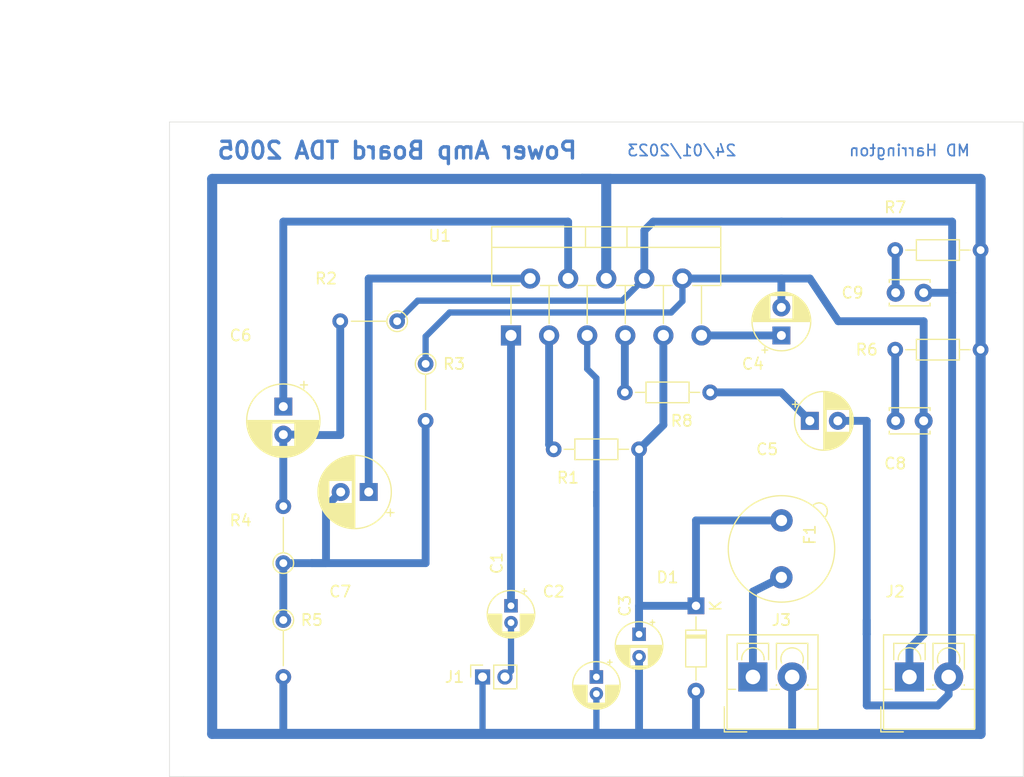
<source format=kicad_pcb>
(kicad_pcb (version 20171130) (host pcbnew 5.1.9+dfsg1-1+deb11u1)

  (general
    (thickness 1.6)
    (drawings 10)
    (tracks 105)
    (zones 0)
    (modules 23)
    (nets 19)
  )

  (page A4)
  (layers
    (0 F.Cu signal)
    (31 B.Cu signal)
    (32 B.Adhes user)
    (33 F.Adhes user)
    (34 B.Paste user)
    (35 F.Paste user)
    (36 B.SilkS user)
    (37 F.SilkS user)
    (38 B.Mask user)
    (39 F.Mask user)
    (40 Dwgs.User user)
    (41 Cmts.User user)
    (42 Eco1.User user)
    (43 Eco2.User user)
    (44 Edge.Cuts user)
    (45 Margin user)
    (46 B.CrtYd user)
    (47 F.CrtYd user)
    (48 B.Fab user)
    (49 F.Fab user)
  )

  (setup
    (last_trace_width 0.9)
    (user_trace_width 0.56)
    (user_trace_width 0.7)
    (user_trace_width 0.85)
    (user_trace_width 0.9)
    (trace_clearance 0.2)
    (zone_clearance 0.508)
    (zone_45_only no)
    (trace_min 0.2)
    (via_size 0.8)
    (via_drill 0.4)
    (via_min_size 0.4)
    (via_min_drill 0.3)
    (uvia_size 0.3)
    (uvia_drill 0.1)
    (uvias_allowed no)
    (uvia_min_size 0.2)
    (uvia_min_drill 0.1)
    (edge_width 0.05)
    (segment_width 0.2)
    (pcb_text_width 0.3)
    (pcb_text_size 1.5 1.5)
    (mod_edge_width 0.12)
    (mod_text_size 1 1)
    (mod_text_width 0.15)
    (pad_size 1.524 1.524)
    (pad_drill 0.762)
    (pad_to_mask_clearance 0)
    (aux_axis_origin 0 0)
    (visible_elements FFFFFF7F)
    (pcbplotparams
      (layerselection 0x010fc_ffffffff)
      (usegerberextensions false)
      (usegerberattributes true)
      (usegerberadvancedattributes true)
      (creategerberjobfile true)
      (excludeedgelayer true)
      (linewidth 0.100000)
      (plotframeref false)
      (viasonmask false)
      (mode 1)
      (useauxorigin false)
      (hpglpennumber 1)
      (hpglpenspeed 20)
      (hpglpendiameter 15.000000)
      (psnegative false)
      (psa4output false)
      (plotreference true)
      (plotvalue true)
      (plotinvisibletext false)
      (padsonsilk false)
      (subtractmaskfromsilk false)
      (outputformat 1)
      (mirror false)
      (drillshape 1)
      (scaleselection 1)
      (outputdirectory ""))
  )

  (net 0 "")
  (net 1 "Net-(C1-Pad2)")
  (net 2 "Net-(C1-Pad1)")
  (net 3 GNDREF)
  (net 4 "Net-(C2-Pad1)")
  (net 5 V+Max18vdc)
  (net 6 "Net-(C4-Pad2)")
  (net 7 "Net-(C4-Pad1)")
  (net 8 "Net-(C5-Pad2)")
  (net 9 "Net-(C5-Pad1)")
  (net 10 "Net-(C6-Pad2)")
  (net 11 "Net-(C6-Pad1)")
  (net 12 "Net-(C7-Pad2)")
  (net 13 "Net-(C7-Pad1)")
  (net 14 "Net-(C8-Pad2)")
  (net 15 "Net-(C9-Pad2)")
  (net 16 "Net-(F1-Pad1)")
  (net 17 "Net-(R1-Pad2)")
  (net 18 "Net-(R8-Pad2)")

  (net_class Default "This is the default net class."
    (clearance 0.2)
    (trace_width 0.25)
    (via_dia 0.8)
    (via_drill 0.4)
    (uvia_dia 0.3)
    (uvia_drill 0.1)
    (add_net GNDREF)
    (add_net "Net-(C1-Pad1)")
    (add_net "Net-(C1-Pad2)")
    (add_net "Net-(C2-Pad1)")
    (add_net "Net-(C4-Pad1)")
    (add_net "Net-(C4-Pad2)")
    (add_net "Net-(C5-Pad1)")
    (add_net "Net-(C5-Pad2)")
    (add_net "Net-(C6-Pad1)")
    (add_net "Net-(C6-Pad2)")
    (add_net "Net-(C7-Pad1)")
    (add_net "Net-(C7-Pad2)")
    (add_net "Net-(C8-Pad2)")
    (add_net "Net-(C9-Pad2)")
    (add_net "Net-(F1-Pad1)")
    (add_net "Net-(R1-Pad2)")
    (add_net "Net-(R8-Pad2)")
    (add_net V+Max18vdc)
  )

  (module Resistor_THT:R_Axial_DIN0204_L3.6mm_D1.6mm_P7.62mm_Horizontal (layer F.Cu) (tedit 5AE5139B) (tstamp 63D19249)
    (at 170.18 80.01 180)
    (descr "Resistor, Axial_DIN0204 series, Axial, Horizontal, pin pitch=7.62mm, 0.167W, length*diameter=3.6*1.6mm^2, http://cdn-reichelt.de/documents/datenblatt/B400/1_4W%23YAG.pdf")
    (tags "Resistor Axial_DIN0204 series Axial Horizontal pin pitch 7.62mm 0.167W length 3.6mm diameter 1.6mm")
    (path /63E2D0FC)
    (fp_text reference R8 (at 2.54 -2.54) (layer F.SilkS)
      (effects (font (size 1 1) (thickness 0.15)))
    )
    (fp_text value 0R0 (at 1.27 1.92) (layer F.Fab)
      (effects (font (size 1 1) (thickness 0.15)))
    )
    (fp_text user %R (at 3.81 0) (layer F.Fab)
      (effects (font (size 0.72 0.72) (thickness 0.108)))
    )
    (fp_line (start 2.01 -0.8) (end 2.01 0.8) (layer F.Fab) (width 0.1))
    (fp_line (start 2.01 0.8) (end 5.61 0.8) (layer F.Fab) (width 0.1))
    (fp_line (start 5.61 0.8) (end 5.61 -0.8) (layer F.Fab) (width 0.1))
    (fp_line (start 5.61 -0.8) (end 2.01 -0.8) (layer F.Fab) (width 0.1))
    (fp_line (start 0 0) (end 2.01 0) (layer F.Fab) (width 0.1))
    (fp_line (start 7.62 0) (end 5.61 0) (layer F.Fab) (width 0.1))
    (fp_line (start 1.89 -0.92) (end 1.89 0.92) (layer F.SilkS) (width 0.12))
    (fp_line (start 1.89 0.92) (end 5.73 0.92) (layer F.SilkS) (width 0.12))
    (fp_line (start 5.73 0.92) (end 5.73 -0.92) (layer F.SilkS) (width 0.12))
    (fp_line (start 5.73 -0.92) (end 1.89 -0.92) (layer F.SilkS) (width 0.12))
    (fp_line (start 0.94 0) (end 1.89 0) (layer F.SilkS) (width 0.12))
    (fp_line (start 6.68 0) (end 5.73 0) (layer F.SilkS) (width 0.12))
    (fp_line (start -0.95 -1.05) (end -0.95 1.05) (layer F.CrtYd) (width 0.05))
    (fp_line (start -0.95 1.05) (end 8.57 1.05) (layer F.CrtYd) (width 0.05))
    (fp_line (start 8.57 1.05) (end 8.57 -1.05) (layer F.CrtYd) (width 0.05))
    (fp_line (start 8.57 -1.05) (end -0.95 -1.05) (layer F.CrtYd) (width 0.05))
    (pad 2 thru_hole oval (at 7.62 0 180) (size 1.4 1.4) (drill 0.7) (layers *.Cu *.Mask)
      (net 18 "Net-(R8-Pad2)"))
    (pad 1 thru_hole circle (at 0 0 180) (size 1.4 1.4) (drill 0.7) (layers *.Cu *.Mask)
      (net 9 "Net-(C5-Pad1)"))
    (model ${KISYS3DMOD}/Resistor_THT.3dshapes/R_Axial_DIN0204_L3.6mm_D1.6mm_P7.62mm_Horizontal.wrl
      (at (xyz 0 0 0))
      (scale (xyz 1 1 1))
      (rotate (xyz 0 0 0))
    )
  )

  (module Connector_PinSocket_2.00mm:PinSocket_1x02_P2.00mm_Vertical (layer F.Cu) (tedit 5A19A42F) (tstamp 63D17C46)
    (at 149.86 105.41 90)
    (descr "Through hole straight socket strip, 1x02, 2.00mm pitch, single row (from Kicad 4.0.7), script generated")
    (tags "Through hole socket strip THT 1x02 2.00mm single row")
    (path /63D0F7F2)
    (fp_text reference J1 (at 0 -2.5 180) (layer F.SilkS)
      (effects (font (size 1 1) (thickness 0.15)))
    )
    (fp_text value RcaSocketCon (at -2.54 -7.62 180) (layer F.Fab)
      (effects (font (size 1 1) (thickness 0.15)))
    )
    (fp_text user %R (at 0 1) (layer F.Fab)
      (effects (font (size 1 1) (thickness 0.15)))
    )
    (fp_line (start -1 -1) (end 0.5 -1) (layer F.Fab) (width 0.1))
    (fp_line (start 0.5 -1) (end 1 -0.5) (layer F.Fab) (width 0.1))
    (fp_line (start 1 -0.5) (end 1 3) (layer F.Fab) (width 0.1))
    (fp_line (start 1 3) (end -1 3) (layer F.Fab) (width 0.1))
    (fp_line (start -1 3) (end -1 -1) (layer F.Fab) (width 0.1))
    (fp_line (start -1.06 1) (end 1.06 1) (layer F.SilkS) (width 0.12))
    (fp_line (start -1.06 1) (end -1.06 3.06) (layer F.SilkS) (width 0.12))
    (fp_line (start -1.06 3.06) (end 1.06 3.06) (layer F.SilkS) (width 0.12))
    (fp_line (start 1.06 1) (end 1.06 3.06) (layer F.SilkS) (width 0.12))
    (fp_line (start 1.06 -1.06) (end 1.06 0) (layer F.SilkS) (width 0.12))
    (fp_line (start 0 -1.06) (end 1.06 -1.06) (layer F.SilkS) (width 0.12))
    (fp_line (start -1.5 -1.5) (end 1.5 -1.5) (layer F.CrtYd) (width 0.05))
    (fp_line (start 1.5 -1.5) (end 1.5 3.5) (layer F.CrtYd) (width 0.05))
    (fp_line (start 1.5 3.5) (end -1.5 3.5) (layer F.CrtYd) (width 0.05))
    (fp_line (start -1.5 3.5) (end -1.5 -1.5) (layer F.CrtYd) (width 0.05))
    (pad 2 thru_hole oval (at 0 2 90) (size 1.35 1.35) (drill 0.8) (layers *.Cu *.Mask)
      (net 1 "Net-(C1-Pad2)"))
    (pad 1 thru_hole rect (at 0 0 90) (size 1.35 1.35) (drill 0.8) (layers *.Cu *.Mask)
      (net 3 GNDREF))
    (model ${KISYS3DMOD}/Connector_PinSocket_2.00mm.3dshapes/PinSocket_1x02_P2.00mm_Vertical.wrl
      (at (xyz 0 0 0))
      (scale (xyz 1 1 1))
      (rotate (xyz 0 0 0))
    )
  )

  (module Resistor_THT:R_Axial_DIN0204_L3.6mm_D1.6mm_P5.08mm_Vertical (layer F.Cu) (tedit 5AE5139B) (tstamp 63D0A57B)
    (at 142.24 73.66 180)
    (descr "Resistor, Axial_DIN0204 series, Axial, Vertical, pin pitch=5.08mm, 0.167W, length*diameter=3.6*1.6mm^2, http://cdn-reichelt.de/documents/datenblatt/B400/1_4W%23YAG.pdf")
    (tags "Resistor Axial_DIN0204 series Axial Vertical pin pitch 5.08mm 0.167W length 3.6mm diameter 1.6mm")
    (path /63D11170)
    (fp_text reference R2 (at 6.35 3.81) (layer F.SilkS)
      (effects (font (size 1 1) (thickness 0.15)))
    )
    (fp_text value 2k (at 6.35 1.92) (layer F.Fab)
      (effects (font (size 1 1) (thickness 0.15)))
    )
    (fp_text user %R (at 1.27 -1.92) (layer F.Fab)
      (effects (font (size 1 1) (thickness 0.15)))
    )
    (fp_circle (center 0 0) (end 0.8 0) (layer F.Fab) (width 0.1))
    (fp_circle (center 0 0) (end 0.92 0) (layer F.SilkS) (width 0.12))
    (fp_line (start 0 0) (end 5.08 0) (layer F.Fab) (width 0.1))
    (fp_line (start 0.92 0) (end 4.08 0) (layer F.SilkS) (width 0.12))
    (fp_line (start -1.05 -1.05) (end -1.05 1.05) (layer F.CrtYd) (width 0.05))
    (fp_line (start -1.05 1.05) (end 6.03 1.05) (layer F.CrtYd) (width 0.05))
    (fp_line (start 6.03 1.05) (end 6.03 -1.05) (layer F.CrtYd) (width 0.05))
    (fp_line (start 6.03 -1.05) (end -1.05 -1.05) (layer F.CrtYd) (width 0.05))
    (pad 2 thru_hole oval (at 5.08 0 180) (size 1.4 1.4) (drill 0.7) (layers *.Cu *.Mask)
      (net 10 "Net-(C6-Pad2)"))
    (pad 1 thru_hole circle (at 0 0 180) (size 1.4 1.4) (drill 0.7) (layers *.Cu *.Mask)
      (net 8 "Net-(C5-Pad2)"))
    (model ${KISYS3DMOD}/Resistor_THT.3dshapes/R_Axial_DIN0204_L3.6mm_D1.6mm_P5.08mm_Vertical.wrl
      (at (xyz 0 0 0))
      (scale (xyz 1 1 1))
      (rotate (xyz 0 0 0))
    )
  )

  (module Resistor_THT:R_Axial_DIN0204_L3.6mm_D1.6mm_P7.62mm_Horizontal (layer F.Cu) (tedit 5AE5139B) (tstamp 63D16707)
    (at 163.83 85.09 180)
    (descr "Resistor, Axial_DIN0204 series, Axial, Horizontal, pin pitch=7.62mm, 0.167W, length*diameter=3.6*1.6mm^2, http://cdn-reichelt.de/documents/datenblatt/B400/1_4W%23YAG.pdf")
    (tags "Resistor Axial_DIN0204 series Axial Horizontal pin pitch 7.62mm 0.167W length 3.6mm diameter 1.6mm")
    (path /63CFC01A)
    (fp_text reference R1 (at 6.35 -2.54) (layer F.SilkS)
      (effects (font (size 1 1) (thickness 0.15)))
    )
    (fp_text value 120k (at 6.35 -5.08) (layer F.Fab)
      (effects (font (size 1 1) (thickness 0.15)))
    )
    (fp_text user %R (at 3.81 0) (layer F.Fab)
      (effects (font (size 0.72 0.72) (thickness 0.108)))
    )
    (fp_line (start 2.01 -0.8) (end 2.01 0.8) (layer F.Fab) (width 0.1))
    (fp_line (start 2.01 0.8) (end 5.61 0.8) (layer F.Fab) (width 0.1))
    (fp_line (start 5.61 0.8) (end 5.61 -0.8) (layer F.Fab) (width 0.1))
    (fp_line (start 5.61 -0.8) (end 2.01 -0.8) (layer F.Fab) (width 0.1))
    (fp_line (start 0 0) (end 2.01 0) (layer F.Fab) (width 0.1))
    (fp_line (start 7.62 0) (end 5.61 0) (layer F.Fab) (width 0.1))
    (fp_line (start 1.89 -0.92) (end 1.89 0.92) (layer F.SilkS) (width 0.12))
    (fp_line (start 1.89 0.92) (end 5.73 0.92) (layer F.SilkS) (width 0.12))
    (fp_line (start 5.73 0.92) (end 5.73 -0.92) (layer F.SilkS) (width 0.12))
    (fp_line (start 5.73 -0.92) (end 1.89 -0.92) (layer F.SilkS) (width 0.12))
    (fp_line (start 0.94 0) (end 1.89 0) (layer F.SilkS) (width 0.12))
    (fp_line (start 6.68 0) (end 5.73 0) (layer F.SilkS) (width 0.12))
    (fp_line (start -0.95 -1.05) (end -0.95 1.05) (layer F.CrtYd) (width 0.05))
    (fp_line (start -0.95 1.05) (end 8.57 1.05) (layer F.CrtYd) (width 0.05))
    (fp_line (start 8.57 1.05) (end 8.57 -1.05) (layer F.CrtYd) (width 0.05))
    (fp_line (start 8.57 -1.05) (end -0.95 -1.05) (layer F.CrtYd) (width 0.05))
    (pad 2 thru_hole oval (at 7.62 0 180) (size 1.4 1.4) (drill 0.7) (layers *.Cu *.Mask)
      (net 17 "Net-(R1-Pad2)"))
    (pad 1 thru_hole circle (at 0 0 180) (size 1.4 1.4) (drill 0.7) (layers *.Cu *.Mask)
      (net 5 V+Max18vdc))
    (model ${KISYS3DMOD}/Resistor_THT.3dshapes/R_Axial_DIN0204_L3.6mm_D1.6mm_P7.62mm_Horizontal.wrl
      (at (xyz 0 0 0))
      (scale (xyz 1 1 1))
      (rotate (xyz 0 0 0))
    )
  )

  (module Diode_THT:D_DO-34_SOD68_P7.62mm_Horizontal (layer F.Cu) (tedit 5AE50CD5) (tstamp 63D12529)
    (at 168.91 99.06 270)
    (descr "Diode, DO-34_SOD68 series, Axial, Horizontal, pin pitch=7.62mm, , length*diameter=3.04*1.6mm^2, , https://www.nxp.com/docs/en/data-sheet/KTY83_SER.pdf")
    (tags "Diode DO-34_SOD68 series Axial Horizontal pin pitch 7.62mm  length 3.04mm diameter 1.6mm")
    (path /63D4E6D9)
    (fp_text reference D1 (at -2.54 2.54 180) (layer F.SilkS)
      (effects (font (size 1 1) (thickness 0.15)))
    )
    (fp_text value 1N5401 (at -6.35 1.92 90) (layer F.Fab)
      (effects (font (size 1 1) (thickness 0.15)))
    )
    (fp_text user K (at 0 -1.75 90) (layer F.SilkS)
      (effects (font (size 1 1) (thickness 0.15)))
    )
    (fp_text user K (at 0 -1.75 90) (layer F.Fab)
      (effects (font (size 1 1) (thickness 0.15)))
    )
    (fp_text user %R (at 4.038 0 90) (layer F.Fab)
      (effects (font (size 0.608 0.608) (thickness 0.0912)))
    )
    (fp_line (start 2.29 -0.8) (end 2.29 0.8) (layer F.Fab) (width 0.1))
    (fp_line (start 2.29 0.8) (end 5.33 0.8) (layer F.Fab) (width 0.1))
    (fp_line (start 5.33 0.8) (end 5.33 -0.8) (layer F.Fab) (width 0.1))
    (fp_line (start 5.33 -0.8) (end 2.29 -0.8) (layer F.Fab) (width 0.1))
    (fp_line (start 0 0) (end 2.29 0) (layer F.Fab) (width 0.1))
    (fp_line (start 7.62 0) (end 5.33 0) (layer F.Fab) (width 0.1))
    (fp_line (start 2.746 -0.8) (end 2.746 0.8) (layer F.Fab) (width 0.1))
    (fp_line (start 2.846 -0.8) (end 2.846 0.8) (layer F.Fab) (width 0.1))
    (fp_line (start 2.646 -0.8) (end 2.646 0.8) (layer F.Fab) (width 0.1))
    (fp_line (start 2.17 -0.92) (end 2.17 0.92) (layer F.SilkS) (width 0.12))
    (fp_line (start 2.17 0.92) (end 5.45 0.92) (layer F.SilkS) (width 0.12))
    (fp_line (start 5.45 0.92) (end 5.45 -0.92) (layer F.SilkS) (width 0.12))
    (fp_line (start 5.45 -0.92) (end 2.17 -0.92) (layer F.SilkS) (width 0.12))
    (fp_line (start 0.99 0) (end 2.17 0) (layer F.SilkS) (width 0.12))
    (fp_line (start 6.63 0) (end 5.45 0) (layer F.SilkS) (width 0.12))
    (fp_line (start 2.746 -0.92) (end 2.746 0.92) (layer F.SilkS) (width 0.12))
    (fp_line (start 2.866 -0.92) (end 2.866 0.92) (layer F.SilkS) (width 0.12))
    (fp_line (start 2.626 -0.92) (end 2.626 0.92) (layer F.SilkS) (width 0.12))
    (fp_line (start -1 -1.05) (end -1 1.05) (layer F.CrtYd) (width 0.05))
    (fp_line (start -1 1.05) (end 8.63 1.05) (layer F.CrtYd) (width 0.05))
    (fp_line (start 8.63 1.05) (end 8.63 -1.05) (layer F.CrtYd) (width 0.05))
    (fp_line (start 8.63 -1.05) (end -1 -1.05) (layer F.CrtYd) (width 0.05))
    (pad 2 thru_hole oval (at 7.62 0 270) (size 1.5 1.5) (drill 0.75) (layers *.Cu *.Mask)
      (net 3 GNDREF))
    (pad 1 thru_hole rect (at 0 0 270) (size 1.5 1.5) (drill 0.75) (layers *.Cu *.Mask)
      (net 5 V+Max18vdc))
    (model ${KISYS3DMOD}/Diode_THT.3dshapes/D_DO-34_SOD68_P7.62mm_Horizontal.wrl
      (at (xyz 0 0 0))
      (scale (xyz 1 1 1))
      (rotate (xyz 0 0 0))
    )
  )

  (module Resistor_THT:R_Axial_DIN0204_L3.6mm_D1.6mm_P7.62mm_Horizontal (layer F.Cu) (tedit 5AE5139B) (tstamp 63D0F8EB)
    (at 186.69 67.31)
    (descr "Resistor, Axial_DIN0204 series, Axial, Horizontal, pin pitch=7.62mm, 0.167W, length*diameter=3.6*1.6mm^2, http://cdn-reichelt.de/documents/datenblatt/B400/1_4W%23YAG.pdf")
    (tags "Resistor Axial_DIN0204 series Axial Horizontal pin pitch 7.62mm 0.167W length 3.6mm diameter 1.6mm")
    (path /63D3ECF2)
    (fp_text reference R7 (at 0 -3.81) (layer F.SilkS)
      (effects (font (size 1 1) (thickness 0.15)))
    )
    (fp_text value 1R (at 3.81 -3.81) (layer F.Fab)
      (effects (font (size 1 1) (thickness 0.15)))
    )
    (fp_text user %R (at 3.81 0) (layer F.Fab)
      (effects (font (size 0.72 0.72) (thickness 0.108)))
    )
    (fp_line (start 2.01 -0.8) (end 2.01 0.8) (layer F.Fab) (width 0.1))
    (fp_line (start 2.01 0.8) (end 5.61 0.8) (layer F.Fab) (width 0.1))
    (fp_line (start 5.61 0.8) (end 5.61 -0.8) (layer F.Fab) (width 0.1))
    (fp_line (start 5.61 -0.8) (end 2.01 -0.8) (layer F.Fab) (width 0.1))
    (fp_line (start 0 0) (end 2.01 0) (layer F.Fab) (width 0.1))
    (fp_line (start 7.62 0) (end 5.61 0) (layer F.Fab) (width 0.1))
    (fp_line (start 1.89 -0.92) (end 1.89 0.92) (layer F.SilkS) (width 0.12))
    (fp_line (start 1.89 0.92) (end 5.73 0.92) (layer F.SilkS) (width 0.12))
    (fp_line (start 5.73 0.92) (end 5.73 -0.92) (layer F.SilkS) (width 0.12))
    (fp_line (start 5.73 -0.92) (end 1.89 -0.92) (layer F.SilkS) (width 0.12))
    (fp_line (start 0.94 0) (end 1.89 0) (layer F.SilkS) (width 0.12))
    (fp_line (start 6.68 0) (end 5.73 0) (layer F.SilkS) (width 0.12))
    (fp_line (start -0.95 -1.05) (end -0.95 1.05) (layer F.CrtYd) (width 0.05))
    (fp_line (start -0.95 1.05) (end 8.57 1.05) (layer F.CrtYd) (width 0.05))
    (fp_line (start 8.57 1.05) (end 8.57 -1.05) (layer F.CrtYd) (width 0.05))
    (fp_line (start 8.57 -1.05) (end -0.95 -1.05) (layer F.CrtYd) (width 0.05))
    (pad 2 thru_hole oval (at 7.62 0) (size 1.4 1.4) (drill 0.7) (layers *.Cu *.Mask)
      (net 3 GNDREF))
    (pad 1 thru_hole circle (at 0 0) (size 1.4 1.4) (drill 0.7) (layers *.Cu *.Mask)
      (net 15 "Net-(C9-Pad2)"))
    (model ${KISYS3DMOD}/Resistor_THT.3dshapes/R_Axial_DIN0204_L3.6mm_D1.6mm_P7.62mm_Horizontal.wrl
      (at (xyz 0 0 0))
      (scale (xyz 1 1 1))
      (rotate (xyz 0 0 0))
    )
  )

  (module Resistor_THT:R_Axial_DIN0204_L3.6mm_D1.6mm_P7.62mm_Horizontal (layer F.Cu) (tedit 5AE5139B) (tstamp 63D0E519)
    (at 186.69 76.2)
    (descr "Resistor, Axial_DIN0204 series, Axial, Horizontal, pin pitch=7.62mm, 0.167W, length*diameter=3.6*1.6mm^2, http://cdn-reichelt.de/documents/datenblatt/B400/1_4W%23YAG.pdf")
    (tags "Resistor Axial_DIN0204 series Axial Horizontal pin pitch 7.62mm 0.167W length 3.6mm diameter 1.6mm")
    (path /63D37BEC)
    (fp_text reference R6 (at -2.54 0) (layer F.SilkS)
      (effects (font (size 1 1) (thickness 0.15)))
    )
    (fp_text value 1R (at -2.54 1.27) (layer F.Fab)
      (effects (font (size 1 1) (thickness 0.15)))
    )
    (fp_text user %R (at 3.81 0) (layer F.Fab)
      (effects (font (size 0.72 0.72) (thickness 0.108)))
    )
    (fp_line (start 2.01 -0.8) (end 2.01 0.8) (layer F.Fab) (width 0.1))
    (fp_line (start 2.01 0.8) (end 5.61 0.8) (layer F.Fab) (width 0.1))
    (fp_line (start 5.61 0.8) (end 5.61 -0.8) (layer F.Fab) (width 0.1))
    (fp_line (start 5.61 -0.8) (end 2.01 -0.8) (layer F.Fab) (width 0.1))
    (fp_line (start 0 0) (end 2.01 0) (layer F.Fab) (width 0.1))
    (fp_line (start 7.62 0) (end 5.61 0) (layer F.Fab) (width 0.1))
    (fp_line (start 1.89 -0.92) (end 1.89 0.92) (layer F.SilkS) (width 0.12))
    (fp_line (start 1.89 0.92) (end 5.73 0.92) (layer F.SilkS) (width 0.12))
    (fp_line (start 5.73 0.92) (end 5.73 -0.92) (layer F.SilkS) (width 0.12))
    (fp_line (start 5.73 -0.92) (end 1.89 -0.92) (layer F.SilkS) (width 0.12))
    (fp_line (start 0.94 0) (end 1.89 0) (layer F.SilkS) (width 0.12))
    (fp_line (start 6.68 0) (end 5.73 0) (layer F.SilkS) (width 0.12))
    (fp_line (start -0.95 -1.05) (end -0.95 1.05) (layer F.CrtYd) (width 0.05))
    (fp_line (start -0.95 1.05) (end 8.57 1.05) (layer F.CrtYd) (width 0.05))
    (fp_line (start 8.57 1.05) (end 8.57 -1.05) (layer F.CrtYd) (width 0.05))
    (fp_line (start 8.57 -1.05) (end -0.95 -1.05) (layer F.CrtYd) (width 0.05))
    (pad 2 thru_hole oval (at 7.62 0) (size 1.4 1.4) (drill 0.7) (layers *.Cu *.Mask)
      (net 3 GNDREF))
    (pad 1 thru_hole circle (at 0 0) (size 1.4 1.4) (drill 0.7) (layers *.Cu *.Mask)
      (net 14 "Net-(C8-Pad2)"))
    (model ${KISYS3DMOD}/Resistor_THT.3dshapes/R_Axial_DIN0204_L3.6mm_D1.6mm_P7.62mm_Horizontal.wrl
      (at (xyz 0 0 0))
      (scale (xyz 1 1 1))
      (rotate (xyz 0 0 0))
    )
  )

  (module Package_TO_SOT_THT:TO-220-11_P3.4x5.08mm_StaggerOdd_Lead4.85mm_Vertical (layer F.Cu) (tedit 5AF05A31) (tstamp 63D0A5F9)
    (at 152.4 74.93)
    (descr "TO-220-11, Vertical, RM 1.7mm, staggered type-1, see http://www.st.com/resource/en/datasheet/tda7391lv.pdf")
    (tags "TO-220-11 Vertical RM 1.7mm staggered type-1")
    (path /63CF1A24)
    (fp_text reference U1 (at -6.35 -8.89) (layer F.SilkS)
      (effects (font (size 1 1) (thickness 0.15)))
    )
    (fp_text value TDA2005 (at -5.08 -6.35) (layer F.Fab)
      (effects (font (size 1 1) (thickness 0.15)))
    )
    (fp_text user %R (at 8.5 -10.7) (layer F.Fab)
      (effects (font (size 1 1) (thickness 0.15)))
    )
    (fp_line (start -1.6 -9.58) (end -1.6 -4.58) (layer F.Fab) (width 0.1))
    (fp_line (start -1.6 -4.58) (end 18.6 -4.58) (layer F.Fab) (width 0.1))
    (fp_line (start 18.6 -4.58) (end 18.6 -9.58) (layer F.Fab) (width 0.1))
    (fp_line (start 18.6 -9.58) (end -1.6 -9.58) (layer F.Fab) (width 0.1))
    (fp_line (start -1.6 -7.98) (end 18.6 -7.98) (layer F.Fab) (width 0.1))
    (fp_line (start 6.65 -9.58) (end 6.65 -7.98) (layer F.Fab) (width 0.1))
    (fp_line (start 10.35 -9.58) (end 10.35 -7.98) (layer F.Fab) (width 0.1))
    (fp_line (start 0 -4.58) (end 0 0) (layer F.Fab) (width 0.1))
    (fp_line (start 3.4 -4.58) (end 3.4 0) (layer F.Fab) (width 0.1))
    (fp_line (start 6.8 -4.58) (end 6.8 0) (layer F.Fab) (width 0.1))
    (fp_line (start 10.2 -4.58) (end 10.2 0) (layer F.Fab) (width 0.1))
    (fp_line (start 13.6 -4.58) (end 13.6 0) (layer F.Fab) (width 0.1))
    (fp_line (start 17 -4.58) (end 17 0) (layer F.Fab) (width 0.1))
    (fp_line (start -1.72 -9.7) (end 18.72 -9.7) (layer F.SilkS) (width 0.12))
    (fp_line (start -1.72 -4.459) (end 0.776 -4.459) (layer F.SilkS) (width 0.12))
    (fp_line (start 2.625 -4.459) (end 4.176 -4.459) (layer F.SilkS) (width 0.12))
    (fp_line (start 6.025 -4.459) (end 7.576 -4.459) (layer F.SilkS) (width 0.12))
    (fp_line (start 9.425 -4.459) (end 10.976 -4.459) (layer F.SilkS) (width 0.12))
    (fp_line (start 12.825 -4.459) (end 14.376 -4.459) (layer F.SilkS) (width 0.12))
    (fp_line (start 16.225 -4.459) (end 18.72 -4.459) (layer F.SilkS) (width 0.12))
    (fp_line (start -1.72 -9.7) (end -1.72 -4.459) (layer F.SilkS) (width 0.12))
    (fp_line (start 18.72 -9.7) (end 18.72 -4.459) (layer F.SilkS) (width 0.12))
    (fp_line (start -1.72 -7.86) (end 18.72 -7.86) (layer F.SilkS) (width 0.12))
    (fp_line (start 6.65 -9.7) (end 6.65 -7.86) (layer F.SilkS) (width 0.12))
    (fp_line (start 10.35 -9.7) (end 10.35 -7.86) (layer F.SilkS) (width 0.12))
    (fp_line (start 0 -4.459) (end 0 -1.05) (layer F.SilkS) (width 0.12))
    (fp_line (start 3.4 -4.459) (end 3.4 -1.065) (layer F.SilkS) (width 0.12))
    (fp_line (start 6.8 -4.459) (end 6.8 -1.065) (layer F.SilkS) (width 0.12))
    (fp_line (start 10.2 -4.459) (end 10.2 -1.065) (layer F.SilkS) (width 0.12))
    (fp_line (start 13.6 -4.459) (end 13.6 -1.065) (layer F.SilkS) (width 0.12))
    (fp_line (start 17 -4.459) (end 17 -1.065) (layer F.SilkS) (width 0.12))
    (fp_line (start -1.85 -9.83) (end -1.85 1.16) (layer F.CrtYd) (width 0.05))
    (fp_line (start -1.85 1.16) (end 18.85 1.16) (layer F.CrtYd) (width 0.05))
    (fp_line (start 18.85 1.16) (end 18.85 -9.83) (layer F.CrtYd) (width 0.05))
    (fp_line (start 18.85 -9.83) (end -1.85 -9.83) (layer F.CrtYd) (width 0.05))
    (pad 11 thru_hole oval (at 17 0) (size 1.8 1.8) (drill 1) (layers *.Cu *.Mask)
      (net 7 "Net-(C4-Pad1)"))
    (pad 10 thru_hole oval (at 15.3 -5.08) (size 1.8 1.8) (drill 1) (layers *.Cu *.Mask)
      (net 6 "Net-(C4-Pad2)"))
    (pad 9 thru_hole oval (at 13.6 0) (size 1.8 1.8) (drill 1) (layers *.Cu *.Mask)
      (net 5 V+Max18vdc))
    (pad 8 thru_hole oval (at 11.9 -5.08) (size 1.8 1.8) (drill 1) (layers *.Cu *.Mask)
      (net 8 "Net-(C5-Pad2)"))
    (pad 7 thru_hole oval (at 10.2 0) (size 1.8 1.8) (drill 1) (layers *.Cu *.Mask)
      (net 18 "Net-(R8-Pad2)"))
    (pad 6 thru_hole oval (at 8.5 -5.08) (size 1.8 1.8) (drill 1) (layers *.Cu *.Mask)
      (net 3 GNDREF))
    (pad 5 thru_hole oval (at 6.8 0) (size 1.8 1.8) (drill 1) (layers *.Cu *.Mask)
      (net 4 "Net-(C2-Pad1)"))
    (pad 4 thru_hole oval (at 5.1 -5.08) (size 1.8 1.8) (drill 1) (layers *.Cu *.Mask)
      (net 11 "Net-(C6-Pad1)"))
    (pad 3 thru_hole oval (at 3.4 0) (size 1.8 1.8) (drill 1) (layers *.Cu *.Mask)
      (net 17 "Net-(R1-Pad2)"))
    (pad 2 thru_hole oval (at 1.7 -5.08) (size 1.8 1.8) (drill 1) (layers *.Cu *.Mask)
      (net 13 "Net-(C7-Pad1)"))
    (pad 1 thru_hole rect (at 0 0) (size 1.8 1.8) (drill 1) (layers *.Cu *.Mask)
      (net 2 "Net-(C1-Pad1)"))
    (model ${KISYS3DMOD}/Package_TO_SOT_THT.3dshapes/TO-220-11_P3.4x5.08mm_StaggerOdd_Lead4.85mm_Vertical.wrl
      (at (xyz 0 0 0))
      (scale (xyz 1 1 1))
      (rotate (xyz 0 0 0))
    )
  )

  (module Resistor_THT:R_Axial_DIN0204_L3.6mm_D1.6mm_P5.08mm_Vertical (layer F.Cu) (tedit 5AE5139B) (tstamp 63D0A5A8)
    (at 132.08 100.33 270)
    (descr "Resistor, Axial_DIN0204 series, Axial, Vertical, pin pitch=5.08mm, 0.167W, length*diameter=3.6*1.6mm^2, http://cdn-reichelt.de/documents/datenblatt/B400/1_4W%23YAG.pdf")
    (tags "Resistor Axial_DIN0204 series Axial Vertical pin pitch 5.08mm 0.167W length 3.6mm diameter 1.6mm")
    (path /63D155E7)
    (fp_text reference R5 (at 0 -2.54 180) (layer F.SilkS)
      (effects (font (size 1 1) (thickness 0.15)))
    )
    (fp_text value 12R (at 2.54 -3.81 180) (layer F.Fab)
      (effects (font (size 1 1) (thickness 0.15)))
    )
    (fp_text user %R (at 2.54 0 90) (layer F.Fab)
      (effects (font (size 1 1) (thickness 0.15)))
    )
    (fp_circle (center 0 0) (end 0.8 0) (layer F.Fab) (width 0.1))
    (fp_circle (center 0 0) (end 0.92 0) (layer F.SilkS) (width 0.12))
    (fp_line (start 0 0) (end 5.08 0) (layer F.Fab) (width 0.1))
    (fp_line (start 0.92 0) (end 4.08 0) (layer F.SilkS) (width 0.12))
    (fp_line (start -1.05 -1.05) (end -1.05 1.05) (layer F.CrtYd) (width 0.05))
    (fp_line (start -1.05 1.05) (end 6.03 1.05) (layer F.CrtYd) (width 0.05))
    (fp_line (start 6.03 1.05) (end 6.03 -1.05) (layer F.CrtYd) (width 0.05))
    (fp_line (start 6.03 -1.05) (end -1.05 -1.05) (layer F.CrtYd) (width 0.05))
    (pad 2 thru_hole oval (at 5.08 0 270) (size 1.4 1.4) (drill 0.7) (layers *.Cu *.Mask)
      (net 3 GNDREF))
    (pad 1 thru_hole circle (at 0 0 270) (size 1.4 1.4) (drill 0.7) (layers *.Cu *.Mask)
      (net 12 "Net-(C7-Pad2)"))
    (model ${KISYS3DMOD}/Resistor_THT.3dshapes/R_Axial_DIN0204_L3.6mm_D1.6mm_P5.08mm_Vertical.wrl
      (at (xyz 0 0 0))
      (scale (xyz 1 1 1))
      (rotate (xyz 0 0 0))
    )
  )

  (module Resistor_THT:R_Axial_DIN0204_L3.6mm_D1.6mm_P5.08mm_Vertical (layer F.Cu) (tedit 5AE5139B) (tstamp 63D0A599)
    (at 132.08 95.25 90)
    (descr "Resistor, Axial_DIN0204 series, Axial, Vertical, pin pitch=5.08mm, 0.167W, length*diameter=3.6*1.6mm^2, http://cdn-reichelt.de/documents/datenblatt/B400/1_4W%23YAG.pdf")
    (tags "Resistor Axial_DIN0204 series Axial Vertical pin pitch 5.08mm 0.167W length 3.6mm diameter 1.6mm")
    (path /63D14392)
    (fp_text reference R4 (at 3.81 -3.81 180) (layer F.SilkS)
      (effects (font (size 1 1) (thickness 0.15)))
    )
    (fp_text value 12R (at 1.27 -3.81 180) (layer F.Fab)
      (effects (font (size 1 1) (thickness 0.15)))
    )
    (fp_text user %R (at 2.54 0 180) (layer F.Fab)
      (effects (font (size 1 1) (thickness 0.15)))
    )
    (fp_circle (center 0 0) (end 0.8 0) (layer F.Fab) (width 0.1))
    (fp_circle (center 0 0) (end 0.92 0) (layer F.SilkS) (width 0.12))
    (fp_line (start 0 0) (end 5.08 0) (layer F.Fab) (width 0.1))
    (fp_line (start 0.92 0) (end 4.08 0) (layer F.SilkS) (width 0.12))
    (fp_line (start -1.05 -1.05) (end -1.05 1.05) (layer F.CrtYd) (width 0.05))
    (fp_line (start -1.05 1.05) (end 6.03 1.05) (layer F.CrtYd) (width 0.05))
    (fp_line (start 6.03 1.05) (end 6.03 -1.05) (layer F.CrtYd) (width 0.05))
    (fp_line (start 6.03 -1.05) (end -1.05 -1.05) (layer F.CrtYd) (width 0.05))
    (pad 2 thru_hole oval (at 5.08 0 90) (size 1.4 1.4) (drill 0.7) (layers *.Cu *.Mask)
      (net 10 "Net-(C6-Pad2)"))
    (pad 1 thru_hole circle (at 0 0 90) (size 1.4 1.4) (drill 0.7) (layers *.Cu *.Mask)
      (net 12 "Net-(C7-Pad2)"))
    (model ${KISYS3DMOD}/Resistor_THT.3dshapes/R_Axial_DIN0204_L3.6mm_D1.6mm_P5.08mm_Vertical.wrl
      (at (xyz 0 0 0))
      (scale (xyz 1 1 1))
      (rotate (xyz 0 0 0))
    )
  )

  (module Resistor_THT:R_Axial_DIN0204_L3.6mm_D1.6mm_P5.08mm_Vertical (layer F.Cu) (tedit 5AE5139B) (tstamp 63D0A58A)
    (at 144.78 77.47 270)
    (descr "Resistor, Axial_DIN0204 series, Axial, Vertical, pin pitch=5.08mm, 0.167W, length*diameter=3.6*1.6mm^2, http://cdn-reichelt.de/documents/datenblatt/B400/1_4W%23YAG.pdf")
    (tags "Resistor Axial_DIN0204 series Axial Vertical pin pitch 5.08mm 0.167W length 3.6mm diameter 1.6mm")
    (path /63D0A66C)
    (fp_text reference R3 (at 0 -2.54 180) (layer F.SilkS)
      (effects (font (size 1 1) (thickness 0.15)))
    )
    (fp_text value 1k (at 2.54 -2.54 180) (layer F.Fab)
      (effects (font (size 1 1) (thickness 0.15)))
    )
    (fp_text user %R (at 2.54 0 90) (layer F.Fab)
      (effects (font (size 1 1) (thickness 0.15)))
    )
    (fp_circle (center 0 0) (end 0.8 0) (layer F.Fab) (width 0.1))
    (fp_circle (center 0 0) (end 0.92 0) (layer F.SilkS) (width 0.12))
    (fp_line (start 0 0) (end 5.08 0) (layer F.Fab) (width 0.1))
    (fp_line (start 0.92 0) (end 4.08 0) (layer F.SilkS) (width 0.12))
    (fp_line (start -1.05 -1.05) (end -1.05 1.05) (layer F.CrtYd) (width 0.05))
    (fp_line (start -1.05 1.05) (end 6.03 1.05) (layer F.CrtYd) (width 0.05))
    (fp_line (start 6.03 1.05) (end 6.03 -1.05) (layer F.CrtYd) (width 0.05))
    (fp_line (start 6.03 -1.05) (end -1.05 -1.05) (layer F.CrtYd) (width 0.05))
    (pad 2 thru_hole oval (at 5.08 0 270) (size 1.4 1.4) (drill 0.7) (layers *.Cu *.Mask)
      (net 12 "Net-(C7-Pad2)"))
    (pad 1 thru_hole circle (at 0 0 270) (size 1.4 1.4) (drill 0.7) (layers *.Cu *.Mask)
      (net 6 "Net-(C4-Pad2)"))
    (model ${KISYS3DMOD}/Resistor_THT.3dshapes/R_Axial_DIN0204_L3.6mm_D1.6mm_P5.08mm_Vertical.wrl
      (at (xyz 0 0 0))
      (scale (xyz 1 1 1))
      (rotate (xyz 0 0 0))
    )
  )

  (module TerminalBlock_4Ucon:TerminalBlock_4Ucon_1x02_P3.50mm_Vertical (layer F.Cu) (tedit 5B294E7F) (tstamp 63D0A559)
    (at 173.99 105.41)
    (descr "Terminal Block 4Ucon ItemNo. 10693, vertical (cable from top), 2 pins, pitch 3.5mm, size 8x8.3mm^2, drill diamater 1.3mm, pad diameter 2.6mm, see http://www.4uconnector.com/online/object/4udrawing/10693.pdf, script-generated with , script-generated using https://github.com/pointhi/kicad-footprint-generator/scripts/TerminalBlock_4Ucon")
    (tags "THT Terminal Block 4Ucon ItemNo. 10693 vertical pitch 3.5mm size 8x8.3mm^2 drill 1.3mm pad 2.6mm")
    (path /63D3A5B4)
    (fp_text reference J3 (at 2.54 -5.08) (layer F.SilkS)
      (effects (font (size 1 1) (thickness 0.15)))
    )
    (fp_text value "DC Power IN" (at 2.54 7.62) (layer F.Fab)
      (effects (font (size 1 1) (thickness 0.15)))
    )
    (fp_text user %R (at 1.75 3.45) (layer F.Fab)
      (effects (font (size 1 1) (thickness 0.15)))
    )
    (fp_arc (start 3.5 -1.6) (end 4.44 -1.258) (angle -220) (layer F.SilkS) (width 0.12))
    (fp_arc (start 0 -1.6) (end 0.998 -1.531) (angle -188) (layer F.SilkS) (width 0.12))
    (fp_circle (center 0 -1.6) (end 1 -1.6) (layer F.Fab) (width 0.1))
    (fp_circle (center 3.5 -1.6) (end 4.5 -1.6) (layer F.Fab) (width 0.1))
    (fp_line (start -2.25 -3.7) (end 5.75 -3.7) (layer F.Fab) (width 0.1))
    (fp_line (start 5.75 -3.7) (end 5.75 4.6) (layer F.Fab) (width 0.1))
    (fp_line (start 5.75 4.6) (end -0.25 4.6) (layer F.Fab) (width 0.1))
    (fp_line (start -0.25 4.6) (end -2.25 2.6) (layer F.Fab) (width 0.1))
    (fp_line (start -2.25 2.6) (end -2.25 -3.7) (layer F.Fab) (width 0.1))
    (fp_line (start -2.25 1.1) (end 5.75 1.1) (layer F.Fab) (width 0.1))
    (fp_line (start -2.31 1.101) (end -1.54 1.101) (layer F.SilkS) (width 0.12))
    (fp_line (start 1.54 1.101) (end 2.367 1.101) (layer F.SilkS) (width 0.12))
    (fp_line (start 4.634 1.101) (end 5.81 1.101) (layer F.SilkS) (width 0.12))
    (fp_line (start -2.31 -3.76) (end 5.81 -3.76) (layer F.SilkS) (width 0.12))
    (fp_line (start -2.31 4.66) (end 5.81 4.66) (layer F.SilkS) (width 0.12))
    (fp_line (start -2.31 -3.76) (end -2.31 4.66) (layer F.SilkS) (width 0.12))
    (fp_line (start 5.81 -3.76) (end 5.81 4.66) (layer F.SilkS) (width 0.12))
    (fp_line (start -1.4 -3) (end 1.4 -3) (layer F.SilkS) (width 0.12))
    (fp_line (start -1.4 -3) (end -1.4 -1.54) (layer F.SilkS) (width 0.12))
    (fp_line (start 1.4 -3) (end 1.4 -1.54) (layer F.SilkS) (width 0.12))
    (fp_line (start -1.4 -3) (end -1.4 0.75) (layer F.Fab) (width 0.1))
    (fp_line (start -1.4 0.75) (end 1.4 0.75) (layer F.Fab) (width 0.1))
    (fp_line (start 1.4 0.75) (end 1.4 -3) (layer F.Fab) (width 0.1))
    (fp_line (start 1.4 -3) (end -1.4 -3) (layer F.Fab) (width 0.1))
    (fp_line (start 2.1 -3) (end 4.9 -3) (layer F.SilkS) (width 0.12))
    (fp_line (start 2.1 0.75) (end 2.101 0.75) (layer F.SilkS) (width 0.12))
    (fp_line (start 4.9 0.75) (end 4.9 0.75) (layer F.SilkS) (width 0.12))
    (fp_line (start 2.1 -3) (end 2.1 -0.689) (layer F.SilkS) (width 0.12))
    (fp_line (start 2.1 0.689) (end 2.1 0.75) (layer F.SilkS) (width 0.12))
    (fp_line (start 4.9 -3) (end 4.9 -0.689) (layer F.SilkS) (width 0.12))
    (fp_line (start 4.9 0.689) (end 4.9 0.75) (layer F.SilkS) (width 0.12))
    (fp_line (start 2.1 -3) (end 2.1 0.75) (layer F.Fab) (width 0.1))
    (fp_line (start 2.1 0.75) (end 4.9 0.75) (layer F.Fab) (width 0.1))
    (fp_line (start 4.9 0.75) (end 4.9 -3) (layer F.Fab) (width 0.1))
    (fp_line (start 4.9 -3) (end 2.1 -3) (layer F.Fab) (width 0.1))
    (fp_line (start -2.55 2.66) (end -2.55 4.9) (layer F.SilkS) (width 0.12))
    (fp_line (start -2.55 4.9) (end -0.55 4.9) (layer F.SilkS) (width 0.12))
    (fp_line (start -2.75 -4.2) (end -2.75 5.11) (layer F.CrtYd) (width 0.05))
    (fp_line (start -2.75 5.11) (end 6.25 5.11) (layer F.CrtYd) (width 0.05))
    (fp_line (start 6.25 5.11) (end 6.25 -4.2) (layer F.CrtYd) (width 0.05))
    (fp_line (start 6.25 -4.2) (end -2.75 -4.2) (layer F.CrtYd) (width 0.05))
    (pad 2 thru_hole circle (at 3.5 0) (size 2.6 2.6) (drill 1.3) (layers *.Cu *.Mask)
      (net 3 GNDREF))
    (pad 1 thru_hole rect (at 0 0) (size 2.6 2.6) (drill 1.3) (layers *.Cu *.Mask)
      (net 16 "Net-(F1-Pad1)"))
    (model ${KISYS3DMOD}/TerminalBlock_4Ucon.3dshapes/TerminalBlock_4Ucon_1x02_P3.50mm_Vertical.wrl
      (at (xyz 0 0 0))
      (scale (xyz 1 1 1))
      (rotate (xyz 0 0 0))
    )
  )

  (module TerminalBlock_4Ucon:TerminalBlock_4Ucon_1x02_P3.50mm_Vertical (layer F.Cu) (tedit 5B294E7F) (tstamp 63D0A529)
    (at 187.96 105.41)
    (descr "Terminal Block 4Ucon ItemNo. 10693, vertical (cable from top), 2 pins, pitch 3.5mm, size 8x8.3mm^2, drill diamater 1.3mm, pad diameter 2.6mm, see http://www.4uconnector.com/online/object/4udrawing/10693.pdf, script-generated with , script-generated using https://github.com/pointhi/kicad-footprint-generator/scripts/TerminalBlock_4Ucon")
    (tags "THT Terminal Block 4Ucon ItemNo. 10693 vertical pitch 3.5mm size 8x8.3mm^2 drill 1.3mm pad 2.6mm")
    (path /63D24D76)
    (fp_text reference J2 (at -1.27 -7.62) (layer F.SilkS)
      (effects (font (size 1 1) (thickness 0.15)))
    )
    (fp_text value Output (at 2.54 7.62 180) (layer F.Fab)
      (effects (font (size 1 1) (thickness 0.15)))
    )
    (fp_text user %R (at 1.75 3.45) (layer F.Fab)
      (effects (font (size 1 1) (thickness 0.15)))
    )
    (fp_arc (start 3.5 -1.6) (end 4.44 -1.258) (angle -220) (layer F.SilkS) (width 0.12))
    (fp_arc (start 0 -1.6) (end 0.998 -1.531) (angle -188) (layer F.SilkS) (width 0.12))
    (fp_circle (center 0 -1.6) (end 1 -1.6) (layer F.Fab) (width 0.1))
    (fp_circle (center 3.5 -1.6) (end 4.5 -1.6) (layer F.Fab) (width 0.1))
    (fp_line (start -2.25 -3.7) (end 5.75 -3.7) (layer F.Fab) (width 0.1))
    (fp_line (start 5.75 -3.7) (end 5.75 4.6) (layer F.Fab) (width 0.1))
    (fp_line (start 5.75 4.6) (end -0.25 4.6) (layer F.Fab) (width 0.1))
    (fp_line (start -0.25 4.6) (end -2.25 2.6) (layer F.Fab) (width 0.1))
    (fp_line (start -2.25 2.6) (end -2.25 -3.7) (layer F.Fab) (width 0.1))
    (fp_line (start -2.25 1.1) (end 5.75 1.1) (layer F.Fab) (width 0.1))
    (fp_line (start -2.31 1.101) (end -1.54 1.101) (layer F.SilkS) (width 0.12))
    (fp_line (start 1.54 1.101) (end 2.367 1.101) (layer F.SilkS) (width 0.12))
    (fp_line (start 4.634 1.101) (end 5.81 1.101) (layer F.SilkS) (width 0.12))
    (fp_line (start -2.31 -3.76) (end 5.81 -3.76) (layer F.SilkS) (width 0.12))
    (fp_line (start -2.31 4.66) (end 5.81 4.66) (layer F.SilkS) (width 0.12))
    (fp_line (start -2.31 -3.76) (end -2.31 4.66) (layer F.SilkS) (width 0.12))
    (fp_line (start 5.81 -3.76) (end 5.81 4.66) (layer F.SilkS) (width 0.12))
    (fp_line (start -1.4 -3) (end 1.4 -3) (layer F.SilkS) (width 0.12))
    (fp_line (start -1.4 -3) (end -1.4 -1.54) (layer F.SilkS) (width 0.12))
    (fp_line (start 1.4 -3) (end 1.4 -1.54) (layer F.SilkS) (width 0.12))
    (fp_line (start -1.4 -3) (end -1.4 0.75) (layer F.Fab) (width 0.1))
    (fp_line (start -1.4 0.75) (end 1.4 0.75) (layer F.Fab) (width 0.1))
    (fp_line (start 1.4 0.75) (end 1.4 -3) (layer F.Fab) (width 0.1))
    (fp_line (start 1.4 -3) (end -1.4 -3) (layer F.Fab) (width 0.1))
    (fp_line (start 2.1 -3) (end 4.9 -3) (layer F.SilkS) (width 0.12))
    (fp_line (start 2.1 0.75) (end 2.101 0.75) (layer F.SilkS) (width 0.12))
    (fp_line (start 4.9 0.75) (end 4.9 0.75) (layer F.SilkS) (width 0.12))
    (fp_line (start 2.1 -3) (end 2.1 -0.689) (layer F.SilkS) (width 0.12))
    (fp_line (start 2.1 0.689) (end 2.1 0.75) (layer F.SilkS) (width 0.12))
    (fp_line (start 4.9 -3) (end 4.9 -0.689) (layer F.SilkS) (width 0.12))
    (fp_line (start 4.9 0.689) (end 4.9 0.75) (layer F.SilkS) (width 0.12))
    (fp_line (start 2.1 -3) (end 2.1 0.75) (layer F.Fab) (width 0.1))
    (fp_line (start 2.1 0.75) (end 4.9 0.75) (layer F.Fab) (width 0.1))
    (fp_line (start 4.9 0.75) (end 4.9 -3) (layer F.Fab) (width 0.1))
    (fp_line (start 4.9 -3) (end 2.1 -3) (layer F.Fab) (width 0.1))
    (fp_line (start -2.55 2.66) (end -2.55 4.9) (layer F.SilkS) (width 0.12))
    (fp_line (start -2.55 4.9) (end -0.55 4.9) (layer F.SilkS) (width 0.12))
    (fp_line (start -2.75 -4.2) (end -2.75 5.11) (layer F.CrtYd) (width 0.05))
    (fp_line (start -2.75 5.11) (end 6.25 5.11) (layer F.CrtYd) (width 0.05))
    (fp_line (start 6.25 5.11) (end 6.25 -4.2) (layer F.CrtYd) (width 0.05))
    (fp_line (start 6.25 -4.2) (end -2.75 -4.2) (layer F.CrtYd) (width 0.05))
    (pad 2 thru_hole circle (at 3.5 0) (size 2.6 2.6) (drill 1.3) (layers *.Cu *.Mask)
      (net 8 "Net-(C5-Pad2)"))
    (pad 1 thru_hole rect (at 0 0) (size 2.6 2.6) (drill 1.3) (layers *.Cu *.Mask)
      (net 6 "Net-(C4-Pad2)"))
    (model ${KISYS3DMOD}/TerminalBlock_4Ucon.3dshapes/TerminalBlock_4Ucon_1x02_P3.50mm_Vertical.wrl
      (at (xyz 0 0 0))
      (scale (xyz 1 1 1))
      (rotate (xyz 0 0 0))
    )
  )

  (module Fuse:Fuseholder_TR5_Littelfuse_No560_No460 (layer F.Cu) (tedit 5C39BAE2) (tstamp 63D0A4E3)
    (at 176.53 96.52 90)
    (descr "Fuse, Fuseholder, TR5, Littelfuse/Wickmann, No. 460, No560, https://www.littelfuse.com/~/media/electronics/datasheets/fuse_holders/littelfuse_fuse_holder_559_560_datasheet.pdf.pdf")
    (tags "Fuse Fuseholder TR5 Littelfuse/Wickmann No. 460 No560 ")
    (path /63D542D2)
    (fp_text reference F1 (at 3.81 2.54 90) (layer F.SilkS)
      (effects (font (size 1 1) (thickness 0.15)))
    )
    (fp_text value Fuse_Small (at 3.81 6.35 90) (layer F.Fab)
      (effects (font (size 1 1) (thickness 0.15)))
    )
    (fp_text user %R (at 2.75 -2.75 90) (layer F.Fab)
      (effects (font (size 1 1) (thickness 0.15)))
    )
    (fp_line (start 5.44 3.94) (end 5.31 3.79) (layer F.Fab) (width 0.1))
    (fp_line (start 5.62 4.02) (end 5.44 3.94) (layer F.Fab) (width 0.1))
    (fp_line (start 5.91 4.06) (end 5.62 4.02) (layer F.Fab) (width 0.1))
    (fp_line (start 6.2 3.98) (end 5.91 4.06) (layer F.Fab) (width 0.1))
    (fp_line (start 6.42 3.81) (end 6.2 3.98) (layer F.Fab) (width 0.1))
    (fp_line (start 6.57 3.55) (end 6.42 3.81) (layer F.Fab) (width 0.1))
    (fp_line (start 6.6 3.29) (end 6.57 3.55) (layer F.Fab) (width 0.1))
    (fp_line (start 6.55 3.04) (end 6.6 3.29) (layer F.Fab) (width 0.1))
    (fp_line (start 6.46 2.88) (end 6.55 3.04) (layer F.Fab) (width 0.1))
    (fp_line (start 6.34 2.74) (end 6.46 2.88) (layer F.Fab) (width 0.1))
    (fp_line (start 6.39 2.79) (end 6.51 2.93) (layer F.SilkS) (width 0.12))
    (fp_line (start 6.51 2.93) (end 6.6 3.09) (layer F.SilkS) (width 0.12))
    (fp_line (start 6.6 3.09) (end 6.65 3.34) (layer F.SilkS) (width 0.12))
    (fp_line (start 6.65 3.34) (end 6.62 3.6) (layer F.SilkS) (width 0.12))
    (fp_line (start 6.62 3.6) (end 6.47 3.86) (layer F.SilkS) (width 0.12))
    (fp_line (start 6.47 3.86) (end 6.25 4.03) (layer F.SilkS) (width 0.12))
    (fp_line (start 6.25 4.03) (end 5.96 4.11) (layer F.SilkS) (width 0.12))
    (fp_line (start 5.96 4.11) (end 5.67 4.07) (layer F.SilkS) (width 0.12))
    (fp_line (start 5.67 4.07) (end 5.49 3.99) (layer F.SilkS) (width 0.12))
    (fp_line (start 5.49 3.99) (end 5.36 3.84) (layer F.SilkS) (width 0.12))
    (fp_line (start -2.46 -4.99) (end 7.54 -4.99) (layer F.CrtYd) (width 0.05))
    (fp_line (start -2.46 -4.99) (end -2.46 5.01) (layer F.CrtYd) (width 0.05))
    (fp_line (start 7.54 5.01) (end 7.54 -4.99) (layer F.CrtYd) (width 0.05))
    (fp_line (start 7.54 5.01) (end -2.46 5.01) (layer F.CrtYd) (width 0.05))
    (fp_circle (center 2.55 0) (end 7.25 0) (layer F.Fab) (width 0.1))
    (fp_circle (center 2.54 0.01) (end 7.29 0.01) (layer F.SilkS) (width 0.12))
    (pad 2 thru_hole circle (at 5.08 0.01 90) (size 2 2) (drill 1) (layers *.Cu *.Mask)
      (net 5 V+Max18vdc))
    (pad 1 thru_hole circle (at 0 0 90) (size 2 2) (drill 1) (layers *.Cu *.Mask)
      (net 16 "Net-(F1-Pad1)"))
    (model ${KISYS3DMOD}/Fuse.3dshapes/Fuseholder_TR5_Littelfuse_No560_No460.wrl
      (at (xyz 0 0 0))
      (scale (xyz 1 1 1))
      (rotate (xyz 0 0 0))
    )
  )

  (module Capacitor_THT:C_Disc_D3.4mm_W2.1mm_P2.50mm (layer F.Cu) (tedit 5AE50EF0) (tstamp 63D0A4A3)
    (at 189.23 71.12 180)
    (descr "C, Disc series, Radial, pin pitch=2.50mm, , diameter*width=3.4*2.1mm^2, Capacitor, http://www.vishay.com/docs/45233/krseries.pdf")
    (tags "C Disc series Radial pin pitch 2.50mm  diameter 3.4mm width 2.1mm Capacitor")
    (path /63D34D77)
    (fp_text reference C9 (at 6.35 0) (layer F.SilkS)
      (effects (font (size 1 1) (thickness 0.15)))
    )
    (fp_text value 0.1uf (at 6.35 2.54) (layer F.Fab)
      (effects (font (size 1 1) (thickness 0.15)))
    )
    (fp_text user %R (at 1.25 0) (layer F.Fab)
      (effects (font (size 0.68 0.68) (thickness 0.102)))
    )
    (fp_line (start -0.45 -1.05) (end -0.45 1.05) (layer F.Fab) (width 0.1))
    (fp_line (start -0.45 1.05) (end 2.95 1.05) (layer F.Fab) (width 0.1))
    (fp_line (start 2.95 1.05) (end 2.95 -1.05) (layer F.Fab) (width 0.1))
    (fp_line (start 2.95 -1.05) (end -0.45 -1.05) (layer F.Fab) (width 0.1))
    (fp_line (start -0.57 -1.17) (end 3.07 -1.17) (layer F.SilkS) (width 0.12))
    (fp_line (start -0.57 1.17) (end 3.07 1.17) (layer F.SilkS) (width 0.12))
    (fp_line (start -0.57 -1.17) (end -0.57 -0.925) (layer F.SilkS) (width 0.12))
    (fp_line (start -0.57 0.925) (end -0.57 1.17) (layer F.SilkS) (width 0.12))
    (fp_line (start 3.07 -1.17) (end 3.07 -0.925) (layer F.SilkS) (width 0.12))
    (fp_line (start 3.07 0.925) (end 3.07 1.17) (layer F.SilkS) (width 0.12))
    (fp_line (start -1.05 -1.3) (end -1.05 1.3) (layer F.CrtYd) (width 0.05))
    (fp_line (start -1.05 1.3) (end 3.55 1.3) (layer F.CrtYd) (width 0.05))
    (fp_line (start 3.55 1.3) (end 3.55 -1.3) (layer F.CrtYd) (width 0.05))
    (fp_line (start 3.55 -1.3) (end -1.05 -1.3) (layer F.CrtYd) (width 0.05))
    (pad 2 thru_hole circle (at 2.5 0 180) (size 1.6 1.6) (drill 0.8) (layers *.Cu *.Mask)
      (net 15 "Net-(C9-Pad2)"))
    (pad 1 thru_hole circle (at 0 0 180) (size 1.6 1.6) (drill 0.8) (layers *.Cu *.Mask)
      (net 8 "Net-(C5-Pad2)"))
    (model ${KISYS3DMOD}/Capacitor_THT.3dshapes/C_Disc_D3.4mm_W2.1mm_P2.50mm.wrl
      (at (xyz 0 0 0))
      (scale (xyz 1 1 1))
      (rotate (xyz 0 0 0))
    )
  )

  (module Capacitor_THT:C_Disc_D3.4mm_W2.1mm_P2.50mm (layer F.Cu) (tedit 5AE50EF0) (tstamp 63D0A48E)
    (at 189.23 82.55 180)
    (descr "C, Disc series, Radial, pin pitch=2.50mm, , diameter*width=3.4*2.1mm^2, Capacitor, http://www.vishay.com/docs/45233/krseries.pdf")
    (tags "C Disc series Radial pin pitch 2.50mm  diameter 3.4mm width 2.1mm Capacitor")
    (path /63D3463B)
    (fp_text reference C8 (at 2.54 -3.81) (layer F.SilkS)
      (effects (font (size 1 1) (thickness 0.15)))
    )
    (fp_text value 0.1uf (at 2.54 -5.08) (layer F.Fab)
      (effects (font (size 1 1) (thickness 0.15)))
    )
    (fp_text user %R (at 1.25 0) (layer F.Fab)
      (effects (font (size 0.68 0.68) (thickness 0.102)))
    )
    (fp_line (start -0.45 -1.05) (end -0.45 1.05) (layer F.Fab) (width 0.1))
    (fp_line (start -0.45 1.05) (end 2.95 1.05) (layer F.Fab) (width 0.1))
    (fp_line (start 2.95 1.05) (end 2.95 -1.05) (layer F.Fab) (width 0.1))
    (fp_line (start 2.95 -1.05) (end -0.45 -1.05) (layer F.Fab) (width 0.1))
    (fp_line (start -0.57 -1.17) (end 3.07 -1.17) (layer F.SilkS) (width 0.12))
    (fp_line (start -0.57 1.17) (end 3.07 1.17) (layer F.SilkS) (width 0.12))
    (fp_line (start -0.57 -1.17) (end -0.57 -0.925) (layer F.SilkS) (width 0.12))
    (fp_line (start -0.57 0.925) (end -0.57 1.17) (layer F.SilkS) (width 0.12))
    (fp_line (start 3.07 -1.17) (end 3.07 -0.925) (layer F.SilkS) (width 0.12))
    (fp_line (start 3.07 0.925) (end 3.07 1.17) (layer F.SilkS) (width 0.12))
    (fp_line (start -1.05 -1.3) (end -1.05 1.3) (layer F.CrtYd) (width 0.05))
    (fp_line (start -1.05 1.3) (end 3.55 1.3) (layer F.CrtYd) (width 0.05))
    (fp_line (start 3.55 1.3) (end 3.55 -1.3) (layer F.CrtYd) (width 0.05))
    (fp_line (start 3.55 -1.3) (end -1.05 -1.3) (layer F.CrtYd) (width 0.05))
    (pad 2 thru_hole circle (at 2.5 0 180) (size 1.6 1.6) (drill 0.8) (layers *.Cu *.Mask)
      (net 14 "Net-(C8-Pad2)"))
    (pad 1 thru_hole circle (at 0 0 180) (size 1.6 1.6) (drill 0.8) (layers *.Cu *.Mask)
      (net 6 "Net-(C4-Pad2)"))
    (model ${KISYS3DMOD}/Capacitor_THT.3dshapes/C_Disc_D3.4mm_W2.1mm_P2.50mm.wrl
      (at (xyz 0 0 0))
      (scale (xyz 1 1 1))
      (rotate (xyz 0 0 0))
    )
  )

  (module Capacitor_THT:CP_Radial_D6.3mm_P2.50mm (layer F.Cu) (tedit 5AE50EF0) (tstamp 63D0A479)
    (at 139.7 88.9 180)
    (descr "CP, Radial series, Radial, pin pitch=2.50mm, , diameter=6.3mm, Electrolytic Capacitor")
    (tags "CP Radial series Radial pin pitch 2.50mm  diameter 6.3mm Electrolytic Capacitor")
    (path /63D09A77)
    (fp_text reference C7 (at 2.54 -8.89) (layer F.SilkS)
      (effects (font (size 1 1) (thickness 0.15)))
    )
    (fp_text value 220uf (at -1.27 -8.89) (layer F.Fab)
      (effects (font (size 1 1) (thickness 0.15)))
    )
    (fp_text user %R (at 1.25 0) (layer F.Fab)
      (effects (font (size 1 1) (thickness 0.15)))
    )
    (fp_circle (center 1.25 0) (end 4.4 0) (layer F.Fab) (width 0.1))
    (fp_circle (center 1.25 0) (end 4.52 0) (layer F.SilkS) (width 0.12))
    (fp_circle (center 1.25 0) (end 4.65 0) (layer F.CrtYd) (width 0.05))
    (fp_line (start -1.443972 -1.3735) (end -0.813972 -1.3735) (layer F.Fab) (width 0.1))
    (fp_line (start -1.128972 -1.6885) (end -1.128972 -1.0585) (layer F.Fab) (width 0.1))
    (fp_line (start 1.25 -3.23) (end 1.25 3.23) (layer F.SilkS) (width 0.12))
    (fp_line (start 1.29 -3.23) (end 1.29 3.23) (layer F.SilkS) (width 0.12))
    (fp_line (start 1.33 -3.23) (end 1.33 3.23) (layer F.SilkS) (width 0.12))
    (fp_line (start 1.37 -3.228) (end 1.37 3.228) (layer F.SilkS) (width 0.12))
    (fp_line (start 1.41 -3.227) (end 1.41 3.227) (layer F.SilkS) (width 0.12))
    (fp_line (start 1.45 -3.224) (end 1.45 3.224) (layer F.SilkS) (width 0.12))
    (fp_line (start 1.49 -3.222) (end 1.49 -1.04) (layer F.SilkS) (width 0.12))
    (fp_line (start 1.49 1.04) (end 1.49 3.222) (layer F.SilkS) (width 0.12))
    (fp_line (start 1.53 -3.218) (end 1.53 -1.04) (layer F.SilkS) (width 0.12))
    (fp_line (start 1.53 1.04) (end 1.53 3.218) (layer F.SilkS) (width 0.12))
    (fp_line (start 1.57 -3.215) (end 1.57 -1.04) (layer F.SilkS) (width 0.12))
    (fp_line (start 1.57 1.04) (end 1.57 3.215) (layer F.SilkS) (width 0.12))
    (fp_line (start 1.61 -3.211) (end 1.61 -1.04) (layer F.SilkS) (width 0.12))
    (fp_line (start 1.61 1.04) (end 1.61 3.211) (layer F.SilkS) (width 0.12))
    (fp_line (start 1.65 -3.206) (end 1.65 -1.04) (layer F.SilkS) (width 0.12))
    (fp_line (start 1.65 1.04) (end 1.65 3.206) (layer F.SilkS) (width 0.12))
    (fp_line (start 1.69 -3.201) (end 1.69 -1.04) (layer F.SilkS) (width 0.12))
    (fp_line (start 1.69 1.04) (end 1.69 3.201) (layer F.SilkS) (width 0.12))
    (fp_line (start 1.73 -3.195) (end 1.73 -1.04) (layer F.SilkS) (width 0.12))
    (fp_line (start 1.73 1.04) (end 1.73 3.195) (layer F.SilkS) (width 0.12))
    (fp_line (start 1.77 -3.189) (end 1.77 -1.04) (layer F.SilkS) (width 0.12))
    (fp_line (start 1.77 1.04) (end 1.77 3.189) (layer F.SilkS) (width 0.12))
    (fp_line (start 1.81 -3.182) (end 1.81 -1.04) (layer F.SilkS) (width 0.12))
    (fp_line (start 1.81 1.04) (end 1.81 3.182) (layer F.SilkS) (width 0.12))
    (fp_line (start 1.85 -3.175) (end 1.85 -1.04) (layer F.SilkS) (width 0.12))
    (fp_line (start 1.85 1.04) (end 1.85 3.175) (layer F.SilkS) (width 0.12))
    (fp_line (start 1.89 -3.167) (end 1.89 -1.04) (layer F.SilkS) (width 0.12))
    (fp_line (start 1.89 1.04) (end 1.89 3.167) (layer F.SilkS) (width 0.12))
    (fp_line (start 1.93 -3.159) (end 1.93 -1.04) (layer F.SilkS) (width 0.12))
    (fp_line (start 1.93 1.04) (end 1.93 3.159) (layer F.SilkS) (width 0.12))
    (fp_line (start 1.971 -3.15) (end 1.971 -1.04) (layer F.SilkS) (width 0.12))
    (fp_line (start 1.971 1.04) (end 1.971 3.15) (layer F.SilkS) (width 0.12))
    (fp_line (start 2.011 -3.141) (end 2.011 -1.04) (layer F.SilkS) (width 0.12))
    (fp_line (start 2.011 1.04) (end 2.011 3.141) (layer F.SilkS) (width 0.12))
    (fp_line (start 2.051 -3.131) (end 2.051 -1.04) (layer F.SilkS) (width 0.12))
    (fp_line (start 2.051 1.04) (end 2.051 3.131) (layer F.SilkS) (width 0.12))
    (fp_line (start 2.091 -3.121) (end 2.091 -1.04) (layer F.SilkS) (width 0.12))
    (fp_line (start 2.091 1.04) (end 2.091 3.121) (layer F.SilkS) (width 0.12))
    (fp_line (start 2.131 -3.11) (end 2.131 -1.04) (layer F.SilkS) (width 0.12))
    (fp_line (start 2.131 1.04) (end 2.131 3.11) (layer F.SilkS) (width 0.12))
    (fp_line (start 2.171 -3.098) (end 2.171 -1.04) (layer F.SilkS) (width 0.12))
    (fp_line (start 2.171 1.04) (end 2.171 3.098) (layer F.SilkS) (width 0.12))
    (fp_line (start 2.211 -3.086) (end 2.211 -1.04) (layer F.SilkS) (width 0.12))
    (fp_line (start 2.211 1.04) (end 2.211 3.086) (layer F.SilkS) (width 0.12))
    (fp_line (start 2.251 -3.074) (end 2.251 -1.04) (layer F.SilkS) (width 0.12))
    (fp_line (start 2.251 1.04) (end 2.251 3.074) (layer F.SilkS) (width 0.12))
    (fp_line (start 2.291 -3.061) (end 2.291 -1.04) (layer F.SilkS) (width 0.12))
    (fp_line (start 2.291 1.04) (end 2.291 3.061) (layer F.SilkS) (width 0.12))
    (fp_line (start 2.331 -3.047) (end 2.331 -1.04) (layer F.SilkS) (width 0.12))
    (fp_line (start 2.331 1.04) (end 2.331 3.047) (layer F.SilkS) (width 0.12))
    (fp_line (start 2.371 -3.033) (end 2.371 -1.04) (layer F.SilkS) (width 0.12))
    (fp_line (start 2.371 1.04) (end 2.371 3.033) (layer F.SilkS) (width 0.12))
    (fp_line (start 2.411 -3.018) (end 2.411 -1.04) (layer F.SilkS) (width 0.12))
    (fp_line (start 2.411 1.04) (end 2.411 3.018) (layer F.SilkS) (width 0.12))
    (fp_line (start 2.451 -3.002) (end 2.451 -1.04) (layer F.SilkS) (width 0.12))
    (fp_line (start 2.451 1.04) (end 2.451 3.002) (layer F.SilkS) (width 0.12))
    (fp_line (start 2.491 -2.986) (end 2.491 -1.04) (layer F.SilkS) (width 0.12))
    (fp_line (start 2.491 1.04) (end 2.491 2.986) (layer F.SilkS) (width 0.12))
    (fp_line (start 2.531 -2.97) (end 2.531 -1.04) (layer F.SilkS) (width 0.12))
    (fp_line (start 2.531 1.04) (end 2.531 2.97) (layer F.SilkS) (width 0.12))
    (fp_line (start 2.571 -2.952) (end 2.571 -1.04) (layer F.SilkS) (width 0.12))
    (fp_line (start 2.571 1.04) (end 2.571 2.952) (layer F.SilkS) (width 0.12))
    (fp_line (start 2.611 -2.934) (end 2.611 -1.04) (layer F.SilkS) (width 0.12))
    (fp_line (start 2.611 1.04) (end 2.611 2.934) (layer F.SilkS) (width 0.12))
    (fp_line (start 2.651 -2.916) (end 2.651 -1.04) (layer F.SilkS) (width 0.12))
    (fp_line (start 2.651 1.04) (end 2.651 2.916) (layer F.SilkS) (width 0.12))
    (fp_line (start 2.691 -2.896) (end 2.691 -1.04) (layer F.SilkS) (width 0.12))
    (fp_line (start 2.691 1.04) (end 2.691 2.896) (layer F.SilkS) (width 0.12))
    (fp_line (start 2.731 -2.876) (end 2.731 -1.04) (layer F.SilkS) (width 0.12))
    (fp_line (start 2.731 1.04) (end 2.731 2.876) (layer F.SilkS) (width 0.12))
    (fp_line (start 2.771 -2.856) (end 2.771 -1.04) (layer F.SilkS) (width 0.12))
    (fp_line (start 2.771 1.04) (end 2.771 2.856) (layer F.SilkS) (width 0.12))
    (fp_line (start 2.811 -2.834) (end 2.811 -1.04) (layer F.SilkS) (width 0.12))
    (fp_line (start 2.811 1.04) (end 2.811 2.834) (layer F.SilkS) (width 0.12))
    (fp_line (start 2.851 -2.812) (end 2.851 -1.04) (layer F.SilkS) (width 0.12))
    (fp_line (start 2.851 1.04) (end 2.851 2.812) (layer F.SilkS) (width 0.12))
    (fp_line (start 2.891 -2.79) (end 2.891 -1.04) (layer F.SilkS) (width 0.12))
    (fp_line (start 2.891 1.04) (end 2.891 2.79) (layer F.SilkS) (width 0.12))
    (fp_line (start 2.931 -2.766) (end 2.931 -1.04) (layer F.SilkS) (width 0.12))
    (fp_line (start 2.931 1.04) (end 2.931 2.766) (layer F.SilkS) (width 0.12))
    (fp_line (start 2.971 -2.742) (end 2.971 -1.04) (layer F.SilkS) (width 0.12))
    (fp_line (start 2.971 1.04) (end 2.971 2.742) (layer F.SilkS) (width 0.12))
    (fp_line (start 3.011 -2.716) (end 3.011 -1.04) (layer F.SilkS) (width 0.12))
    (fp_line (start 3.011 1.04) (end 3.011 2.716) (layer F.SilkS) (width 0.12))
    (fp_line (start 3.051 -2.69) (end 3.051 -1.04) (layer F.SilkS) (width 0.12))
    (fp_line (start 3.051 1.04) (end 3.051 2.69) (layer F.SilkS) (width 0.12))
    (fp_line (start 3.091 -2.664) (end 3.091 -1.04) (layer F.SilkS) (width 0.12))
    (fp_line (start 3.091 1.04) (end 3.091 2.664) (layer F.SilkS) (width 0.12))
    (fp_line (start 3.131 -2.636) (end 3.131 -1.04) (layer F.SilkS) (width 0.12))
    (fp_line (start 3.131 1.04) (end 3.131 2.636) (layer F.SilkS) (width 0.12))
    (fp_line (start 3.171 -2.607) (end 3.171 -1.04) (layer F.SilkS) (width 0.12))
    (fp_line (start 3.171 1.04) (end 3.171 2.607) (layer F.SilkS) (width 0.12))
    (fp_line (start 3.211 -2.578) (end 3.211 -1.04) (layer F.SilkS) (width 0.12))
    (fp_line (start 3.211 1.04) (end 3.211 2.578) (layer F.SilkS) (width 0.12))
    (fp_line (start 3.251 -2.548) (end 3.251 -1.04) (layer F.SilkS) (width 0.12))
    (fp_line (start 3.251 1.04) (end 3.251 2.548) (layer F.SilkS) (width 0.12))
    (fp_line (start 3.291 -2.516) (end 3.291 -1.04) (layer F.SilkS) (width 0.12))
    (fp_line (start 3.291 1.04) (end 3.291 2.516) (layer F.SilkS) (width 0.12))
    (fp_line (start 3.331 -2.484) (end 3.331 -1.04) (layer F.SilkS) (width 0.12))
    (fp_line (start 3.331 1.04) (end 3.331 2.484) (layer F.SilkS) (width 0.12))
    (fp_line (start 3.371 -2.45) (end 3.371 -1.04) (layer F.SilkS) (width 0.12))
    (fp_line (start 3.371 1.04) (end 3.371 2.45) (layer F.SilkS) (width 0.12))
    (fp_line (start 3.411 -2.416) (end 3.411 -1.04) (layer F.SilkS) (width 0.12))
    (fp_line (start 3.411 1.04) (end 3.411 2.416) (layer F.SilkS) (width 0.12))
    (fp_line (start 3.451 -2.38) (end 3.451 -1.04) (layer F.SilkS) (width 0.12))
    (fp_line (start 3.451 1.04) (end 3.451 2.38) (layer F.SilkS) (width 0.12))
    (fp_line (start 3.491 -2.343) (end 3.491 -1.04) (layer F.SilkS) (width 0.12))
    (fp_line (start 3.491 1.04) (end 3.491 2.343) (layer F.SilkS) (width 0.12))
    (fp_line (start 3.531 -2.305) (end 3.531 -1.04) (layer F.SilkS) (width 0.12))
    (fp_line (start 3.531 1.04) (end 3.531 2.305) (layer F.SilkS) (width 0.12))
    (fp_line (start 3.571 -2.265) (end 3.571 2.265) (layer F.SilkS) (width 0.12))
    (fp_line (start 3.611 -2.224) (end 3.611 2.224) (layer F.SilkS) (width 0.12))
    (fp_line (start 3.651 -2.182) (end 3.651 2.182) (layer F.SilkS) (width 0.12))
    (fp_line (start 3.691 -2.137) (end 3.691 2.137) (layer F.SilkS) (width 0.12))
    (fp_line (start 3.731 -2.092) (end 3.731 2.092) (layer F.SilkS) (width 0.12))
    (fp_line (start 3.771 -2.044) (end 3.771 2.044) (layer F.SilkS) (width 0.12))
    (fp_line (start 3.811 -1.995) (end 3.811 1.995) (layer F.SilkS) (width 0.12))
    (fp_line (start 3.851 -1.944) (end 3.851 1.944) (layer F.SilkS) (width 0.12))
    (fp_line (start 3.891 -1.89) (end 3.891 1.89) (layer F.SilkS) (width 0.12))
    (fp_line (start 3.931 -1.834) (end 3.931 1.834) (layer F.SilkS) (width 0.12))
    (fp_line (start 3.971 -1.776) (end 3.971 1.776) (layer F.SilkS) (width 0.12))
    (fp_line (start 4.011 -1.714) (end 4.011 1.714) (layer F.SilkS) (width 0.12))
    (fp_line (start 4.051 -1.65) (end 4.051 1.65) (layer F.SilkS) (width 0.12))
    (fp_line (start 4.091 -1.581) (end 4.091 1.581) (layer F.SilkS) (width 0.12))
    (fp_line (start 4.131 -1.509) (end 4.131 1.509) (layer F.SilkS) (width 0.12))
    (fp_line (start 4.171 -1.432) (end 4.171 1.432) (layer F.SilkS) (width 0.12))
    (fp_line (start 4.211 -1.35) (end 4.211 1.35) (layer F.SilkS) (width 0.12))
    (fp_line (start 4.251 -1.262) (end 4.251 1.262) (layer F.SilkS) (width 0.12))
    (fp_line (start 4.291 -1.165) (end 4.291 1.165) (layer F.SilkS) (width 0.12))
    (fp_line (start 4.331 -1.059) (end 4.331 1.059) (layer F.SilkS) (width 0.12))
    (fp_line (start 4.371 -0.94) (end 4.371 0.94) (layer F.SilkS) (width 0.12))
    (fp_line (start 4.411 -0.802) (end 4.411 0.802) (layer F.SilkS) (width 0.12))
    (fp_line (start 4.451 -0.633) (end 4.451 0.633) (layer F.SilkS) (width 0.12))
    (fp_line (start 4.491 -0.402) (end 4.491 0.402) (layer F.SilkS) (width 0.12))
    (fp_line (start -2.250241 -1.839) (end -1.620241 -1.839) (layer F.SilkS) (width 0.12))
    (fp_line (start -1.935241 -2.154) (end -1.935241 -1.524) (layer F.SilkS) (width 0.12))
    (pad 2 thru_hole circle (at 2.5 0 180) (size 1.6 1.6) (drill 0.8) (layers *.Cu *.Mask)
      (net 12 "Net-(C7-Pad2)"))
    (pad 1 thru_hole rect (at 0 0 180) (size 1.6 1.6) (drill 0.8) (layers *.Cu *.Mask)
      (net 13 "Net-(C7-Pad1)"))
    (model ${KISYS3DMOD}/Capacitor_THT.3dshapes/CP_Radial_D6.3mm_P2.50mm.wrl
      (at (xyz 0 0 0))
      (scale (xyz 1 1 1))
      (rotate (xyz 0 0 0))
    )
  )

  (module Capacitor_THT:CP_Radial_D6.3mm_P2.50mm (layer F.Cu) (tedit 5AE50EF0) (tstamp 63D0A3E5)
    (at 132.08 81.28 270)
    (descr "CP, Radial series, Radial, pin pitch=2.50mm, , diameter=6.3mm, Electrolytic Capacitor")
    (tags "CP Radial series Radial pin pitch 2.50mm  diameter 6.3mm Electrolytic Capacitor")
    (path /63D108AD)
    (fp_text reference C6 (at -6.35 3.81 180) (layer F.SilkS)
      (effects (font (size 1 1) (thickness 0.15)))
    )
    (fp_text value 220uf (at -3.81 2.54 180) (layer F.Fab)
      (effects (font (size 1 1) (thickness 0.15)))
    )
    (fp_text user %R (at 1.25 0 90) (layer F.Fab)
      (effects (font (size 1 1) (thickness 0.15)))
    )
    (fp_circle (center 1.25 0) (end 4.4 0) (layer F.Fab) (width 0.1))
    (fp_circle (center 1.25 0) (end 4.52 0) (layer F.SilkS) (width 0.12))
    (fp_circle (center 1.25 0) (end 4.65 0) (layer F.CrtYd) (width 0.05))
    (fp_line (start -1.443972 -1.3735) (end -0.813972 -1.3735) (layer F.Fab) (width 0.1))
    (fp_line (start -1.128972 -1.6885) (end -1.128972 -1.0585) (layer F.Fab) (width 0.1))
    (fp_line (start 1.25 -3.23) (end 1.25 3.23) (layer F.SilkS) (width 0.12))
    (fp_line (start 1.29 -3.23) (end 1.29 3.23) (layer F.SilkS) (width 0.12))
    (fp_line (start 1.33 -3.23) (end 1.33 3.23) (layer F.SilkS) (width 0.12))
    (fp_line (start 1.37 -3.228) (end 1.37 3.228) (layer F.SilkS) (width 0.12))
    (fp_line (start 1.41 -3.227) (end 1.41 3.227) (layer F.SilkS) (width 0.12))
    (fp_line (start 1.45 -3.224) (end 1.45 3.224) (layer F.SilkS) (width 0.12))
    (fp_line (start 1.49 -3.222) (end 1.49 -1.04) (layer F.SilkS) (width 0.12))
    (fp_line (start 1.49 1.04) (end 1.49 3.222) (layer F.SilkS) (width 0.12))
    (fp_line (start 1.53 -3.218) (end 1.53 -1.04) (layer F.SilkS) (width 0.12))
    (fp_line (start 1.53 1.04) (end 1.53 3.218) (layer F.SilkS) (width 0.12))
    (fp_line (start 1.57 -3.215) (end 1.57 -1.04) (layer F.SilkS) (width 0.12))
    (fp_line (start 1.57 1.04) (end 1.57 3.215) (layer F.SilkS) (width 0.12))
    (fp_line (start 1.61 -3.211) (end 1.61 -1.04) (layer F.SilkS) (width 0.12))
    (fp_line (start 1.61 1.04) (end 1.61 3.211) (layer F.SilkS) (width 0.12))
    (fp_line (start 1.65 -3.206) (end 1.65 -1.04) (layer F.SilkS) (width 0.12))
    (fp_line (start 1.65 1.04) (end 1.65 3.206) (layer F.SilkS) (width 0.12))
    (fp_line (start 1.69 -3.201) (end 1.69 -1.04) (layer F.SilkS) (width 0.12))
    (fp_line (start 1.69 1.04) (end 1.69 3.201) (layer F.SilkS) (width 0.12))
    (fp_line (start 1.73 -3.195) (end 1.73 -1.04) (layer F.SilkS) (width 0.12))
    (fp_line (start 1.73 1.04) (end 1.73 3.195) (layer F.SilkS) (width 0.12))
    (fp_line (start 1.77 -3.189) (end 1.77 -1.04) (layer F.SilkS) (width 0.12))
    (fp_line (start 1.77 1.04) (end 1.77 3.189) (layer F.SilkS) (width 0.12))
    (fp_line (start 1.81 -3.182) (end 1.81 -1.04) (layer F.SilkS) (width 0.12))
    (fp_line (start 1.81 1.04) (end 1.81 3.182) (layer F.SilkS) (width 0.12))
    (fp_line (start 1.85 -3.175) (end 1.85 -1.04) (layer F.SilkS) (width 0.12))
    (fp_line (start 1.85 1.04) (end 1.85 3.175) (layer F.SilkS) (width 0.12))
    (fp_line (start 1.89 -3.167) (end 1.89 -1.04) (layer F.SilkS) (width 0.12))
    (fp_line (start 1.89 1.04) (end 1.89 3.167) (layer F.SilkS) (width 0.12))
    (fp_line (start 1.93 -3.159) (end 1.93 -1.04) (layer F.SilkS) (width 0.12))
    (fp_line (start 1.93 1.04) (end 1.93 3.159) (layer F.SilkS) (width 0.12))
    (fp_line (start 1.971 -3.15) (end 1.971 -1.04) (layer F.SilkS) (width 0.12))
    (fp_line (start 1.971 1.04) (end 1.971 3.15) (layer F.SilkS) (width 0.12))
    (fp_line (start 2.011 -3.141) (end 2.011 -1.04) (layer F.SilkS) (width 0.12))
    (fp_line (start 2.011 1.04) (end 2.011 3.141) (layer F.SilkS) (width 0.12))
    (fp_line (start 2.051 -3.131) (end 2.051 -1.04) (layer F.SilkS) (width 0.12))
    (fp_line (start 2.051 1.04) (end 2.051 3.131) (layer F.SilkS) (width 0.12))
    (fp_line (start 2.091 -3.121) (end 2.091 -1.04) (layer F.SilkS) (width 0.12))
    (fp_line (start 2.091 1.04) (end 2.091 3.121) (layer F.SilkS) (width 0.12))
    (fp_line (start 2.131 -3.11) (end 2.131 -1.04) (layer F.SilkS) (width 0.12))
    (fp_line (start 2.131 1.04) (end 2.131 3.11) (layer F.SilkS) (width 0.12))
    (fp_line (start 2.171 -3.098) (end 2.171 -1.04) (layer F.SilkS) (width 0.12))
    (fp_line (start 2.171 1.04) (end 2.171 3.098) (layer F.SilkS) (width 0.12))
    (fp_line (start 2.211 -3.086) (end 2.211 -1.04) (layer F.SilkS) (width 0.12))
    (fp_line (start 2.211 1.04) (end 2.211 3.086) (layer F.SilkS) (width 0.12))
    (fp_line (start 2.251 -3.074) (end 2.251 -1.04) (layer F.SilkS) (width 0.12))
    (fp_line (start 2.251 1.04) (end 2.251 3.074) (layer F.SilkS) (width 0.12))
    (fp_line (start 2.291 -3.061) (end 2.291 -1.04) (layer F.SilkS) (width 0.12))
    (fp_line (start 2.291 1.04) (end 2.291 3.061) (layer F.SilkS) (width 0.12))
    (fp_line (start 2.331 -3.047) (end 2.331 -1.04) (layer F.SilkS) (width 0.12))
    (fp_line (start 2.331 1.04) (end 2.331 3.047) (layer F.SilkS) (width 0.12))
    (fp_line (start 2.371 -3.033) (end 2.371 -1.04) (layer F.SilkS) (width 0.12))
    (fp_line (start 2.371 1.04) (end 2.371 3.033) (layer F.SilkS) (width 0.12))
    (fp_line (start 2.411 -3.018) (end 2.411 -1.04) (layer F.SilkS) (width 0.12))
    (fp_line (start 2.411 1.04) (end 2.411 3.018) (layer F.SilkS) (width 0.12))
    (fp_line (start 2.451 -3.002) (end 2.451 -1.04) (layer F.SilkS) (width 0.12))
    (fp_line (start 2.451 1.04) (end 2.451 3.002) (layer F.SilkS) (width 0.12))
    (fp_line (start 2.491 -2.986) (end 2.491 -1.04) (layer F.SilkS) (width 0.12))
    (fp_line (start 2.491 1.04) (end 2.491 2.986) (layer F.SilkS) (width 0.12))
    (fp_line (start 2.531 -2.97) (end 2.531 -1.04) (layer F.SilkS) (width 0.12))
    (fp_line (start 2.531 1.04) (end 2.531 2.97) (layer F.SilkS) (width 0.12))
    (fp_line (start 2.571 -2.952) (end 2.571 -1.04) (layer F.SilkS) (width 0.12))
    (fp_line (start 2.571 1.04) (end 2.571 2.952) (layer F.SilkS) (width 0.12))
    (fp_line (start 2.611 -2.934) (end 2.611 -1.04) (layer F.SilkS) (width 0.12))
    (fp_line (start 2.611 1.04) (end 2.611 2.934) (layer F.SilkS) (width 0.12))
    (fp_line (start 2.651 -2.916) (end 2.651 -1.04) (layer F.SilkS) (width 0.12))
    (fp_line (start 2.651 1.04) (end 2.651 2.916) (layer F.SilkS) (width 0.12))
    (fp_line (start 2.691 -2.896) (end 2.691 -1.04) (layer F.SilkS) (width 0.12))
    (fp_line (start 2.691 1.04) (end 2.691 2.896) (layer F.SilkS) (width 0.12))
    (fp_line (start 2.731 -2.876) (end 2.731 -1.04) (layer F.SilkS) (width 0.12))
    (fp_line (start 2.731 1.04) (end 2.731 2.876) (layer F.SilkS) (width 0.12))
    (fp_line (start 2.771 -2.856) (end 2.771 -1.04) (layer F.SilkS) (width 0.12))
    (fp_line (start 2.771 1.04) (end 2.771 2.856) (layer F.SilkS) (width 0.12))
    (fp_line (start 2.811 -2.834) (end 2.811 -1.04) (layer F.SilkS) (width 0.12))
    (fp_line (start 2.811 1.04) (end 2.811 2.834) (layer F.SilkS) (width 0.12))
    (fp_line (start 2.851 -2.812) (end 2.851 -1.04) (layer F.SilkS) (width 0.12))
    (fp_line (start 2.851 1.04) (end 2.851 2.812) (layer F.SilkS) (width 0.12))
    (fp_line (start 2.891 -2.79) (end 2.891 -1.04) (layer F.SilkS) (width 0.12))
    (fp_line (start 2.891 1.04) (end 2.891 2.79) (layer F.SilkS) (width 0.12))
    (fp_line (start 2.931 -2.766) (end 2.931 -1.04) (layer F.SilkS) (width 0.12))
    (fp_line (start 2.931 1.04) (end 2.931 2.766) (layer F.SilkS) (width 0.12))
    (fp_line (start 2.971 -2.742) (end 2.971 -1.04) (layer F.SilkS) (width 0.12))
    (fp_line (start 2.971 1.04) (end 2.971 2.742) (layer F.SilkS) (width 0.12))
    (fp_line (start 3.011 -2.716) (end 3.011 -1.04) (layer F.SilkS) (width 0.12))
    (fp_line (start 3.011 1.04) (end 3.011 2.716) (layer F.SilkS) (width 0.12))
    (fp_line (start 3.051 -2.69) (end 3.051 -1.04) (layer F.SilkS) (width 0.12))
    (fp_line (start 3.051 1.04) (end 3.051 2.69) (layer F.SilkS) (width 0.12))
    (fp_line (start 3.091 -2.664) (end 3.091 -1.04) (layer F.SilkS) (width 0.12))
    (fp_line (start 3.091 1.04) (end 3.091 2.664) (layer F.SilkS) (width 0.12))
    (fp_line (start 3.131 -2.636) (end 3.131 -1.04) (layer F.SilkS) (width 0.12))
    (fp_line (start 3.131 1.04) (end 3.131 2.636) (layer F.SilkS) (width 0.12))
    (fp_line (start 3.171 -2.607) (end 3.171 -1.04) (layer F.SilkS) (width 0.12))
    (fp_line (start 3.171 1.04) (end 3.171 2.607) (layer F.SilkS) (width 0.12))
    (fp_line (start 3.211 -2.578) (end 3.211 -1.04) (layer F.SilkS) (width 0.12))
    (fp_line (start 3.211 1.04) (end 3.211 2.578) (layer F.SilkS) (width 0.12))
    (fp_line (start 3.251 -2.548) (end 3.251 -1.04) (layer F.SilkS) (width 0.12))
    (fp_line (start 3.251 1.04) (end 3.251 2.548) (layer F.SilkS) (width 0.12))
    (fp_line (start 3.291 -2.516) (end 3.291 -1.04) (layer F.SilkS) (width 0.12))
    (fp_line (start 3.291 1.04) (end 3.291 2.516) (layer F.SilkS) (width 0.12))
    (fp_line (start 3.331 -2.484) (end 3.331 -1.04) (layer F.SilkS) (width 0.12))
    (fp_line (start 3.331 1.04) (end 3.331 2.484) (layer F.SilkS) (width 0.12))
    (fp_line (start 3.371 -2.45) (end 3.371 -1.04) (layer F.SilkS) (width 0.12))
    (fp_line (start 3.371 1.04) (end 3.371 2.45) (layer F.SilkS) (width 0.12))
    (fp_line (start 3.411 -2.416) (end 3.411 -1.04) (layer F.SilkS) (width 0.12))
    (fp_line (start 3.411 1.04) (end 3.411 2.416) (layer F.SilkS) (width 0.12))
    (fp_line (start 3.451 -2.38) (end 3.451 -1.04) (layer F.SilkS) (width 0.12))
    (fp_line (start 3.451 1.04) (end 3.451 2.38) (layer F.SilkS) (width 0.12))
    (fp_line (start 3.491 -2.343) (end 3.491 -1.04) (layer F.SilkS) (width 0.12))
    (fp_line (start 3.491 1.04) (end 3.491 2.343) (layer F.SilkS) (width 0.12))
    (fp_line (start 3.531 -2.305) (end 3.531 -1.04) (layer F.SilkS) (width 0.12))
    (fp_line (start 3.531 1.04) (end 3.531 2.305) (layer F.SilkS) (width 0.12))
    (fp_line (start 3.571 -2.265) (end 3.571 2.265) (layer F.SilkS) (width 0.12))
    (fp_line (start 3.611 -2.224) (end 3.611 2.224) (layer F.SilkS) (width 0.12))
    (fp_line (start 3.651 -2.182) (end 3.651 2.182) (layer F.SilkS) (width 0.12))
    (fp_line (start 3.691 -2.137) (end 3.691 2.137) (layer F.SilkS) (width 0.12))
    (fp_line (start 3.731 -2.092) (end 3.731 2.092) (layer F.SilkS) (width 0.12))
    (fp_line (start 3.771 -2.044) (end 3.771 2.044) (layer F.SilkS) (width 0.12))
    (fp_line (start 3.811 -1.995) (end 3.811 1.995) (layer F.SilkS) (width 0.12))
    (fp_line (start 3.851 -1.944) (end 3.851 1.944) (layer F.SilkS) (width 0.12))
    (fp_line (start 3.891 -1.89) (end 3.891 1.89) (layer F.SilkS) (width 0.12))
    (fp_line (start 3.931 -1.834) (end 3.931 1.834) (layer F.SilkS) (width 0.12))
    (fp_line (start 3.971 -1.776) (end 3.971 1.776) (layer F.SilkS) (width 0.12))
    (fp_line (start 4.011 -1.714) (end 4.011 1.714) (layer F.SilkS) (width 0.12))
    (fp_line (start 4.051 -1.65) (end 4.051 1.65) (layer F.SilkS) (width 0.12))
    (fp_line (start 4.091 -1.581) (end 4.091 1.581) (layer F.SilkS) (width 0.12))
    (fp_line (start 4.131 -1.509) (end 4.131 1.509) (layer F.SilkS) (width 0.12))
    (fp_line (start 4.171 -1.432) (end 4.171 1.432) (layer F.SilkS) (width 0.12))
    (fp_line (start 4.211 -1.35) (end 4.211 1.35) (layer F.SilkS) (width 0.12))
    (fp_line (start 4.251 -1.262) (end 4.251 1.262) (layer F.SilkS) (width 0.12))
    (fp_line (start 4.291 -1.165) (end 4.291 1.165) (layer F.SilkS) (width 0.12))
    (fp_line (start 4.331 -1.059) (end 4.331 1.059) (layer F.SilkS) (width 0.12))
    (fp_line (start 4.371 -0.94) (end 4.371 0.94) (layer F.SilkS) (width 0.12))
    (fp_line (start 4.411 -0.802) (end 4.411 0.802) (layer F.SilkS) (width 0.12))
    (fp_line (start 4.451 -0.633) (end 4.451 0.633) (layer F.SilkS) (width 0.12))
    (fp_line (start 4.491 -0.402) (end 4.491 0.402) (layer F.SilkS) (width 0.12))
    (fp_line (start -2.250241 -1.839) (end -1.620241 -1.839) (layer F.SilkS) (width 0.12))
    (fp_line (start -1.935241 -2.154) (end -1.935241 -1.524) (layer F.SilkS) (width 0.12))
    (pad 2 thru_hole circle (at 2.5 0 270) (size 1.6 1.6) (drill 0.8) (layers *.Cu *.Mask)
      (net 10 "Net-(C6-Pad2)"))
    (pad 1 thru_hole rect (at 0 0 270) (size 1.6 1.6) (drill 0.8) (layers *.Cu *.Mask)
      (net 11 "Net-(C6-Pad1)"))
    (model ${KISYS3DMOD}/Capacitor_THT.3dshapes/CP_Radial_D6.3mm_P2.50mm.wrl
      (at (xyz 0 0 0))
      (scale (xyz 1 1 1))
      (rotate (xyz 0 0 0))
    )
  )

  (module Capacitor_THT:CP_Radial_D5.0mm_P2.50mm (layer F.Cu) (tedit 5AE50EF0) (tstamp 63D0A351)
    (at 179.07 82.55)
    (descr "CP, Radial series, Radial, pin pitch=2.50mm, , diameter=5mm, Electrolytic Capacitor")
    (tags "CP Radial series Radial pin pitch 2.50mm  diameter 5mm Electrolytic Capacitor")
    (path /63D0E404)
    (fp_text reference C5 (at -3.81 2.54) (layer F.SilkS)
      (effects (font (size 1 1) (thickness 0.15)))
    )
    (fp_text value 100uf (at -2.54 3.81) (layer F.Fab)
      (effects (font (size 1 1) (thickness 0.15)))
    )
    (fp_text user %R (at 1.25 0) (layer F.Fab)
      (effects (font (size 1 1) (thickness 0.15)))
    )
    (fp_circle (center 1.25 0) (end 3.75 0) (layer F.Fab) (width 0.1))
    (fp_circle (center 1.25 0) (end 3.87 0) (layer F.SilkS) (width 0.12))
    (fp_circle (center 1.25 0) (end 4 0) (layer F.CrtYd) (width 0.05))
    (fp_line (start -0.883605 -1.0875) (end -0.383605 -1.0875) (layer F.Fab) (width 0.1))
    (fp_line (start -0.633605 -1.3375) (end -0.633605 -0.8375) (layer F.Fab) (width 0.1))
    (fp_line (start 1.25 -2.58) (end 1.25 2.58) (layer F.SilkS) (width 0.12))
    (fp_line (start 1.29 -2.58) (end 1.29 2.58) (layer F.SilkS) (width 0.12))
    (fp_line (start 1.33 -2.579) (end 1.33 2.579) (layer F.SilkS) (width 0.12))
    (fp_line (start 1.37 -2.578) (end 1.37 2.578) (layer F.SilkS) (width 0.12))
    (fp_line (start 1.41 -2.576) (end 1.41 2.576) (layer F.SilkS) (width 0.12))
    (fp_line (start 1.45 -2.573) (end 1.45 2.573) (layer F.SilkS) (width 0.12))
    (fp_line (start 1.49 -2.569) (end 1.49 -1.04) (layer F.SilkS) (width 0.12))
    (fp_line (start 1.49 1.04) (end 1.49 2.569) (layer F.SilkS) (width 0.12))
    (fp_line (start 1.53 -2.565) (end 1.53 -1.04) (layer F.SilkS) (width 0.12))
    (fp_line (start 1.53 1.04) (end 1.53 2.565) (layer F.SilkS) (width 0.12))
    (fp_line (start 1.57 -2.561) (end 1.57 -1.04) (layer F.SilkS) (width 0.12))
    (fp_line (start 1.57 1.04) (end 1.57 2.561) (layer F.SilkS) (width 0.12))
    (fp_line (start 1.61 -2.556) (end 1.61 -1.04) (layer F.SilkS) (width 0.12))
    (fp_line (start 1.61 1.04) (end 1.61 2.556) (layer F.SilkS) (width 0.12))
    (fp_line (start 1.65 -2.55) (end 1.65 -1.04) (layer F.SilkS) (width 0.12))
    (fp_line (start 1.65 1.04) (end 1.65 2.55) (layer F.SilkS) (width 0.12))
    (fp_line (start 1.69 -2.543) (end 1.69 -1.04) (layer F.SilkS) (width 0.12))
    (fp_line (start 1.69 1.04) (end 1.69 2.543) (layer F.SilkS) (width 0.12))
    (fp_line (start 1.73 -2.536) (end 1.73 -1.04) (layer F.SilkS) (width 0.12))
    (fp_line (start 1.73 1.04) (end 1.73 2.536) (layer F.SilkS) (width 0.12))
    (fp_line (start 1.77 -2.528) (end 1.77 -1.04) (layer F.SilkS) (width 0.12))
    (fp_line (start 1.77 1.04) (end 1.77 2.528) (layer F.SilkS) (width 0.12))
    (fp_line (start 1.81 -2.52) (end 1.81 -1.04) (layer F.SilkS) (width 0.12))
    (fp_line (start 1.81 1.04) (end 1.81 2.52) (layer F.SilkS) (width 0.12))
    (fp_line (start 1.85 -2.511) (end 1.85 -1.04) (layer F.SilkS) (width 0.12))
    (fp_line (start 1.85 1.04) (end 1.85 2.511) (layer F.SilkS) (width 0.12))
    (fp_line (start 1.89 -2.501) (end 1.89 -1.04) (layer F.SilkS) (width 0.12))
    (fp_line (start 1.89 1.04) (end 1.89 2.501) (layer F.SilkS) (width 0.12))
    (fp_line (start 1.93 -2.491) (end 1.93 -1.04) (layer F.SilkS) (width 0.12))
    (fp_line (start 1.93 1.04) (end 1.93 2.491) (layer F.SilkS) (width 0.12))
    (fp_line (start 1.971 -2.48) (end 1.971 -1.04) (layer F.SilkS) (width 0.12))
    (fp_line (start 1.971 1.04) (end 1.971 2.48) (layer F.SilkS) (width 0.12))
    (fp_line (start 2.011 -2.468) (end 2.011 -1.04) (layer F.SilkS) (width 0.12))
    (fp_line (start 2.011 1.04) (end 2.011 2.468) (layer F.SilkS) (width 0.12))
    (fp_line (start 2.051 -2.455) (end 2.051 -1.04) (layer F.SilkS) (width 0.12))
    (fp_line (start 2.051 1.04) (end 2.051 2.455) (layer F.SilkS) (width 0.12))
    (fp_line (start 2.091 -2.442) (end 2.091 -1.04) (layer F.SilkS) (width 0.12))
    (fp_line (start 2.091 1.04) (end 2.091 2.442) (layer F.SilkS) (width 0.12))
    (fp_line (start 2.131 -2.428) (end 2.131 -1.04) (layer F.SilkS) (width 0.12))
    (fp_line (start 2.131 1.04) (end 2.131 2.428) (layer F.SilkS) (width 0.12))
    (fp_line (start 2.171 -2.414) (end 2.171 -1.04) (layer F.SilkS) (width 0.12))
    (fp_line (start 2.171 1.04) (end 2.171 2.414) (layer F.SilkS) (width 0.12))
    (fp_line (start 2.211 -2.398) (end 2.211 -1.04) (layer F.SilkS) (width 0.12))
    (fp_line (start 2.211 1.04) (end 2.211 2.398) (layer F.SilkS) (width 0.12))
    (fp_line (start 2.251 -2.382) (end 2.251 -1.04) (layer F.SilkS) (width 0.12))
    (fp_line (start 2.251 1.04) (end 2.251 2.382) (layer F.SilkS) (width 0.12))
    (fp_line (start 2.291 -2.365) (end 2.291 -1.04) (layer F.SilkS) (width 0.12))
    (fp_line (start 2.291 1.04) (end 2.291 2.365) (layer F.SilkS) (width 0.12))
    (fp_line (start 2.331 -2.348) (end 2.331 -1.04) (layer F.SilkS) (width 0.12))
    (fp_line (start 2.331 1.04) (end 2.331 2.348) (layer F.SilkS) (width 0.12))
    (fp_line (start 2.371 -2.329) (end 2.371 -1.04) (layer F.SilkS) (width 0.12))
    (fp_line (start 2.371 1.04) (end 2.371 2.329) (layer F.SilkS) (width 0.12))
    (fp_line (start 2.411 -2.31) (end 2.411 -1.04) (layer F.SilkS) (width 0.12))
    (fp_line (start 2.411 1.04) (end 2.411 2.31) (layer F.SilkS) (width 0.12))
    (fp_line (start 2.451 -2.29) (end 2.451 -1.04) (layer F.SilkS) (width 0.12))
    (fp_line (start 2.451 1.04) (end 2.451 2.29) (layer F.SilkS) (width 0.12))
    (fp_line (start 2.491 -2.268) (end 2.491 -1.04) (layer F.SilkS) (width 0.12))
    (fp_line (start 2.491 1.04) (end 2.491 2.268) (layer F.SilkS) (width 0.12))
    (fp_line (start 2.531 -2.247) (end 2.531 -1.04) (layer F.SilkS) (width 0.12))
    (fp_line (start 2.531 1.04) (end 2.531 2.247) (layer F.SilkS) (width 0.12))
    (fp_line (start 2.571 -2.224) (end 2.571 -1.04) (layer F.SilkS) (width 0.12))
    (fp_line (start 2.571 1.04) (end 2.571 2.224) (layer F.SilkS) (width 0.12))
    (fp_line (start 2.611 -2.2) (end 2.611 -1.04) (layer F.SilkS) (width 0.12))
    (fp_line (start 2.611 1.04) (end 2.611 2.2) (layer F.SilkS) (width 0.12))
    (fp_line (start 2.651 -2.175) (end 2.651 -1.04) (layer F.SilkS) (width 0.12))
    (fp_line (start 2.651 1.04) (end 2.651 2.175) (layer F.SilkS) (width 0.12))
    (fp_line (start 2.691 -2.149) (end 2.691 -1.04) (layer F.SilkS) (width 0.12))
    (fp_line (start 2.691 1.04) (end 2.691 2.149) (layer F.SilkS) (width 0.12))
    (fp_line (start 2.731 -2.122) (end 2.731 -1.04) (layer F.SilkS) (width 0.12))
    (fp_line (start 2.731 1.04) (end 2.731 2.122) (layer F.SilkS) (width 0.12))
    (fp_line (start 2.771 -2.095) (end 2.771 -1.04) (layer F.SilkS) (width 0.12))
    (fp_line (start 2.771 1.04) (end 2.771 2.095) (layer F.SilkS) (width 0.12))
    (fp_line (start 2.811 -2.065) (end 2.811 -1.04) (layer F.SilkS) (width 0.12))
    (fp_line (start 2.811 1.04) (end 2.811 2.065) (layer F.SilkS) (width 0.12))
    (fp_line (start 2.851 -2.035) (end 2.851 -1.04) (layer F.SilkS) (width 0.12))
    (fp_line (start 2.851 1.04) (end 2.851 2.035) (layer F.SilkS) (width 0.12))
    (fp_line (start 2.891 -2.004) (end 2.891 -1.04) (layer F.SilkS) (width 0.12))
    (fp_line (start 2.891 1.04) (end 2.891 2.004) (layer F.SilkS) (width 0.12))
    (fp_line (start 2.931 -1.971) (end 2.931 -1.04) (layer F.SilkS) (width 0.12))
    (fp_line (start 2.931 1.04) (end 2.931 1.971) (layer F.SilkS) (width 0.12))
    (fp_line (start 2.971 -1.937) (end 2.971 -1.04) (layer F.SilkS) (width 0.12))
    (fp_line (start 2.971 1.04) (end 2.971 1.937) (layer F.SilkS) (width 0.12))
    (fp_line (start 3.011 -1.901) (end 3.011 -1.04) (layer F.SilkS) (width 0.12))
    (fp_line (start 3.011 1.04) (end 3.011 1.901) (layer F.SilkS) (width 0.12))
    (fp_line (start 3.051 -1.864) (end 3.051 -1.04) (layer F.SilkS) (width 0.12))
    (fp_line (start 3.051 1.04) (end 3.051 1.864) (layer F.SilkS) (width 0.12))
    (fp_line (start 3.091 -1.826) (end 3.091 -1.04) (layer F.SilkS) (width 0.12))
    (fp_line (start 3.091 1.04) (end 3.091 1.826) (layer F.SilkS) (width 0.12))
    (fp_line (start 3.131 -1.785) (end 3.131 -1.04) (layer F.SilkS) (width 0.12))
    (fp_line (start 3.131 1.04) (end 3.131 1.785) (layer F.SilkS) (width 0.12))
    (fp_line (start 3.171 -1.743) (end 3.171 -1.04) (layer F.SilkS) (width 0.12))
    (fp_line (start 3.171 1.04) (end 3.171 1.743) (layer F.SilkS) (width 0.12))
    (fp_line (start 3.211 -1.699) (end 3.211 -1.04) (layer F.SilkS) (width 0.12))
    (fp_line (start 3.211 1.04) (end 3.211 1.699) (layer F.SilkS) (width 0.12))
    (fp_line (start 3.251 -1.653) (end 3.251 -1.04) (layer F.SilkS) (width 0.12))
    (fp_line (start 3.251 1.04) (end 3.251 1.653) (layer F.SilkS) (width 0.12))
    (fp_line (start 3.291 -1.605) (end 3.291 -1.04) (layer F.SilkS) (width 0.12))
    (fp_line (start 3.291 1.04) (end 3.291 1.605) (layer F.SilkS) (width 0.12))
    (fp_line (start 3.331 -1.554) (end 3.331 -1.04) (layer F.SilkS) (width 0.12))
    (fp_line (start 3.331 1.04) (end 3.331 1.554) (layer F.SilkS) (width 0.12))
    (fp_line (start 3.371 -1.5) (end 3.371 -1.04) (layer F.SilkS) (width 0.12))
    (fp_line (start 3.371 1.04) (end 3.371 1.5) (layer F.SilkS) (width 0.12))
    (fp_line (start 3.411 -1.443) (end 3.411 -1.04) (layer F.SilkS) (width 0.12))
    (fp_line (start 3.411 1.04) (end 3.411 1.443) (layer F.SilkS) (width 0.12))
    (fp_line (start 3.451 -1.383) (end 3.451 -1.04) (layer F.SilkS) (width 0.12))
    (fp_line (start 3.451 1.04) (end 3.451 1.383) (layer F.SilkS) (width 0.12))
    (fp_line (start 3.491 -1.319) (end 3.491 -1.04) (layer F.SilkS) (width 0.12))
    (fp_line (start 3.491 1.04) (end 3.491 1.319) (layer F.SilkS) (width 0.12))
    (fp_line (start 3.531 -1.251) (end 3.531 -1.04) (layer F.SilkS) (width 0.12))
    (fp_line (start 3.531 1.04) (end 3.531 1.251) (layer F.SilkS) (width 0.12))
    (fp_line (start 3.571 -1.178) (end 3.571 1.178) (layer F.SilkS) (width 0.12))
    (fp_line (start 3.611 -1.098) (end 3.611 1.098) (layer F.SilkS) (width 0.12))
    (fp_line (start 3.651 -1.011) (end 3.651 1.011) (layer F.SilkS) (width 0.12))
    (fp_line (start 3.691 -0.915) (end 3.691 0.915) (layer F.SilkS) (width 0.12))
    (fp_line (start 3.731 -0.805) (end 3.731 0.805) (layer F.SilkS) (width 0.12))
    (fp_line (start 3.771 -0.677) (end 3.771 0.677) (layer F.SilkS) (width 0.12))
    (fp_line (start 3.811 -0.518) (end 3.811 0.518) (layer F.SilkS) (width 0.12))
    (fp_line (start 3.851 -0.284) (end 3.851 0.284) (layer F.SilkS) (width 0.12))
    (fp_line (start -1.554775 -1.475) (end -1.054775 -1.475) (layer F.SilkS) (width 0.12))
    (fp_line (start -1.304775 -1.725) (end -1.304775 -1.225) (layer F.SilkS) (width 0.12))
    (pad 2 thru_hole circle (at 2.5 0) (size 1.6 1.6) (drill 0.8) (layers *.Cu *.Mask)
      (net 8 "Net-(C5-Pad2)"))
    (pad 1 thru_hole rect (at 0 0) (size 1.6 1.6) (drill 0.8) (layers *.Cu *.Mask)
      (net 9 "Net-(C5-Pad1)"))
    (model ${KISYS3DMOD}/Capacitor_THT.3dshapes/CP_Radial_D5.0mm_P2.50mm.wrl
      (at (xyz 0 0 0))
      (scale (xyz 1 1 1))
      (rotate (xyz 0 0 0))
    )
  )

  (module Capacitor_THT:CP_Radial_D5.0mm_P2.50mm (layer F.Cu) (tedit 5AE50EF0) (tstamp 63D0A2CD)
    (at 176.53 74.93 90)
    (descr "CP, Radial series, Radial, pin pitch=2.50mm, , diameter=5mm, Electrolytic Capacitor")
    (tags "CP Radial series Radial pin pitch 2.50mm  diameter 5mm Electrolytic Capacitor")
    (path /63D04AA8)
    (fp_text reference C4 (at -2.54 -2.54 180) (layer F.SilkS)
      (effects (font (size 1 1) (thickness 0.15)))
    )
    (fp_text value 100uf (at -2.54 1.27 180) (layer F.Fab)
      (effects (font (size 1 1) (thickness 0.15)))
    )
    (fp_text user %R (at 1.25 0 90) (layer F.Fab)
      (effects (font (size 1 1) (thickness 0.15)))
    )
    (fp_circle (center 1.25 0) (end 3.75 0) (layer F.Fab) (width 0.1))
    (fp_circle (center 1.25 0) (end 3.87 0) (layer F.SilkS) (width 0.12))
    (fp_circle (center 1.25 0) (end 4 0) (layer F.CrtYd) (width 0.05))
    (fp_line (start -0.883605 -1.0875) (end -0.383605 -1.0875) (layer F.Fab) (width 0.1))
    (fp_line (start -0.633605 -1.3375) (end -0.633605 -0.8375) (layer F.Fab) (width 0.1))
    (fp_line (start 1.25 -2.58) (end 1.25 2.58) (layer F.SilkS) (width 0.12))
    (fp_line (start 1.29 -2.58) (end 1.29 2.58) (layer F.SilkS) (width 0.12))
    (fp_line (start 1.33 -2.579) (end 1.33 2.579) (layer F.SilkS) (width 0.12))
    (fp_line (start 1.37 -2.578) (end 1.37 2.578) (layer F.SilkS) (width 0.12))
    (fp_line (start 1.41 -2.576) (end 1.41 2.576) (layer F.SilkS) (width 0.12))
    (fp_line (start 1.45 -2.573) (end 1.45 2.573) (layer F.SilkS) (width 0.12))
    (fp_line (start 1.49 -2.569) (end 1.49 -1.04) (layer F.SilkS) (width 0.12))
    (fp_line (start 1.49 1.04) (end 1.49 2.569) (layer F.SilkS) (width 0.12))
    (fp_line (start 1.53 -2.565) (end 1.53 -1.04) (layer F.SilkS) (width 0.12))
    (fp_line (start 1.53 1.04) (end 1.53 2.565) (layer F.SilkS) (width 0.12))
    (fp_line (start 1.57 -2.561) (end 1.57 -1.04) (layer F.SilkS) (width 0.12))
    (fp_line (start 1.57 1.04) (end 1.57 2.561) (layer F.SilkS) (width 0.12))
    (fp_line (start 1.61 -2.556) (end 1.61 -1.04) (layer F.SilkS) (width 0.12))
    (fp_line (start 1.61 1.04) (end 1.61 2.556) (layer F.SilkS) (width 0.12))
    (fp_line (start 1.65 -2.55) (end 1.65 -1.04) (layer F.SilkS) (width 0.12))
    (fp_line (start 1.65 1.04) (end 1.65 2.55) (layer F.SilkS) (width 0.12))
    (fp_line (start 1.69 -2.543) (end 1.69 -1.04) (layer F.SilkS) (width 0.12))
    (fp_line (start 1.69 1.04) (end 1.69 2.543) (layer F.SilkS) (width 0.12))
    (fp_line (start 1.73 -2.536) (end 1.73 -1.04) (layer F.SilkS) (width 0.12))
    (fp_line (start 1.73 1.04) (end 1.73 2.536) (layer F.SilkS) (width 0.12))
    (fp_line (start 1.77 -2.528) (end 1.77 -1.04) (layer F.SilkS) (width 0.12))
    (fp_line (start 1.77 1.04) (end 1.77 2.528) (layer F.SilkS) (width 0.12))
    (fp_line (start 1.81 -2.52) (end 1.81 -1.04) (layer F.SilkS) (width 0.12))
    (fp_line (start 1.81 1.04) (end 1.81 2.52) (layer F.SilkS) (width 0.12))
    (fp_line (start 1.85 -2.511) (end 1.85 -1.04) (layer F.SilkS) (width 0.12))
    (fp_line (start 1.85 1.04) (end 1.85 2.511) (layer F.SilkS) (width 0.12))
    (fp_line (start 1.89 -2.501) (end 1.89 -1.04) (layer F.SilkS) (width 0.12))
    (fp_line (start 1.89 1.04) (end 1.89 2.501) (layer F.SilkS) (width 0.12))
    (fp_line (start 1.93 -2.491) (end 1.93 -1.04) (layer F.SilkS) (width 0.12))
    (fp_line (start 1.93 1.04) (end 1.93 2.491) (layer F.SilkS) (width 0.12))
    (fp_line (start 1.971 -2.48) (end 1.971 -1.04) (layer F.SilkS) (width 0.12))
    (fp_line (start 1.971 1.04) (end 1.971 2.48) (layer F.SilkS) (width 0.12))
    (fp_line (start 2.011 -2.468) (end 2.011 -1.04) (layer F.SilkS) (width 0.12))
    (fp_line (start 2.011 1.04) (end 2.011 2.468) (layer F.SilkS) (width 0.12))
    (fp_line (start 2.051 -2.455) (end 2.051 -1.04) (layer F.SilkS) (width 0.12))
    (fp_line (start 2.051 1.04) (end 2.051 2.455) (layer F.SilkS) (width 0.12))
    (fp_line (start 2.091 -2.442) (end 2.091 -1.04) (layer F.SilkS) (width 0.12))
    (fp_line (start 2.091 1.04) (end 2.091 2.442) (layer F.SilkS) (width 0.12))
    (fp_line (start 2.131 -2.428) (end 2.131 -1.04) (layer F.SilkS) (width 0.12))
    (fp_line (start 2.131 1.04) (end 2.131 2.428) (layer F.SilkS) (width 0.12))
    (fp_line (start 2.171 -2.414) (end 2.171 -1.04) (layer F.SilkS) (width 0.12))
    (fp_line (start 2.171 1.04) (end 2.171 2.414) (layer F.SilkS) (width 0.12))
    (fp_line (start 2.211 -2.398) (end 2.211 -1.04) (layer F.SilkS) (width 0.12))
    (fp_line (start 2.211 1.04) (end 2.211 2.398) (layer F.SilkS) (width 0.12))
    (fp_line (start 2.251 -2.382) (end 2.251 -1.04) (layer F.SilkS) (width 0.12))
    (fp_line (start 2.251 1.04) (end 2.251 2.382) (layer F.SilkS) (width 0.12))
    (fp_line (start 2.291 -2.365) (end 2.291 -1.04) (layer F.SilkS) (width 0.12))
    (fp_line (start 2.291 1.04) (end 2.291 2.365) (layer F.SilkS) (width 0.12))
    (fp_line (start 2.331 -2.348) (end 2.331 -1.04) (layer F.SilkS) (width 0.12))
    (fp_line (start 2.331 1.04) (end 2.331 2.348) (layer F.SilkS) (width 0.12))
    (fp_line (start 2.371 -2.329) (end 2.371 -1.04) (layer F.SilkS) (width 0.12))
    (fp_line (start 2.371 1.04) (end 2.371 2.329) (layer F.SilkS) (width 0.12))
    (fp_line (start 2.411 -2.31) (end 2.411 -1.04) (layer F.SilkS) (width 0.12))
    (fp_line (start 2.411 1.04) (end 2.411 2.31) (layer F.SilkS) (width 0.12))
    (fp_line (start 2.451 -2.29) (end 2.451 -1.04) (layer F.SilkS) (width 0.12))
    (fp_line (start 2.451 1.04) (end 2.451 2.29) (layer F.SilkS) (width 0.12))
    (fp_line (start 2.491 -2.268) (end 2.491 -1.04) (layer F.SilkS) (width 0.12))
    (fp_line (start 2.491 1.04) (end 2.491 2.268) (layer F.SilkS) (width 0.12))
    (fp_line (start 2.531 -2.247) (end 2.531 -1.04) (layer F.SilkS) (width 0.12))
    (fp_line (start 2.531 1.04) (end 2.531 2.247) (layer F.SilkS) (width 0.12))
    (fp_line (start 2.571 -2.224) (end 2.571 -1.04) (layer F.SilkS) (width 0.12))
    (fp_line (start 2.571 1.04) (end 2.571 2.224) (layer F.SilkS) (width 0.12))
    (fp_line (start 2.611 -2.2) (end 2.611 -1.04) (layer F.SilkS) (width 0.12))
    (fp_line (start 2.611 1.04) (end 2.611 2.2) (layer F.SilkS) (width 0.12))
    (fp_line (start 2.651 -2.175) (end 2.651 -1.04) (layer F.SilkS) (width 0.12))
    (fp_line (start 2.651 1.04) (end 2.651 2.175) (layer F.SilkS) (width 0.12))
    (fp_line (start 2.691 -2.149) (end 2.691 -1.04) (layer F.SilkS) (width 0.12))
    (fp_line (start 2.691 1.04) (end 2.691 2.149) (layer F.SilkS) (width 0.12))
    (fp_line (start 2.731 -2.122) (end 2.731 -1.04) (layer F.SilkS) (width 0.12))
    (fp_line (start 2.731 1.04) (end 2.731 2.122) (layer F.SilkS) (width 0.12))
    (fp_line (start 2.771 -2.095) (end 2.771 -1.04) (layer F.SilkS) (width 0.12))
    (fp_line (start 2.771 1.04) (end 2.771 2.095) (layer F.SilkS) (width 0.12))
    (fp_line (start 2.811 -2.065) (end 2.811 -1.04) (layer F.SilkS) (width 0.12))
    (fp_line (start 2.811 1.04) (end 2.811 2.065) (layer F.SilkS) (width 0.12))
    (fp_line (start 2.851 -2.035) (end 2.851 -1.04) (layer F.SilkS) (width 0.12))
    (fp_line (start 2.851 1.04) (end 2.851 2.035) (layer F.SilkS) (width 0.12))
    (fp_line (start 2.891 -2.004) (end 2.891 -1.04) (layer F.SilkS) (width 0.12))
    (fp_line (start 2.891 1.04) (end 2.891 2.004) (layer F.SilkS) (width 0.12))
    (fp_line (start 2.931 -1.971) (end 2.931 -1.04) (layer F.SilkS) (width 0.12))
    (fp_line (start 2.931 1.04) (end 2.931 1.971) (layer F.SilkS) (width 0.12))
    (fp_line (start 2.971 -1.937) (end 2.971 -1.04) (layer F.SilkS) (width 0.12))
    (fp_line (start 2.971 1.04) (end 2.971 1.937) (layer F.SilkS) (width 0.12))
    (fp_line (start 3.011 -1.901) (end 3.011 -1.04) (layer F.SilkS) (width 0.12))
    (fp_line (start 3.011 1.04) (end 3.011 1.901) (layer F.SilkS) (width 0.12))
    (fp_line (start 3.051 -1.864) (end 3.051 -1.04) (layer F.SilkS) (width 0.12))
    (fp_line (start 3.051 1.04) (end 3.051 1.864) (layer F.SilkS) (width 0.12))
    (fp_line (start 3.091 -1.826) (end 3.091 -1.04) (layer F.SilkS) (width 0.12))
    (fp_line (start 3.091 1.04) (end 3.091 1.826) (layer F.SilkS) (width 0.12))
    (fp_line (start 3.131 -1.785) (end 3.131 -1.04) (layer F.SilkS) (width 0.12))
    (fp_line (start 3.131 1.04) (end 3.131 1.785) (layer F.SilkS) (width 0.12))
    (fp_line (start 3.171 -1.743) (end 3.171 -1.04) (layer F.SilkS) (width 0.12))
    (fp_line (start 3.171 1.04) (end 3.171 1.743) (layer F.SilkS) (width 0.12))
    (fp_line (start 3.211 -1.699) (end 3.211 -1.04) (layer F.SilkS) (width 0.12))
    (fp_line (start 3.211 1.04) (end 3.211 1.699) (layer F.SilkS) (width 0.12))
    (fp_line (start 3.251 -1.653) (end 3.251 -1.04) (layer F.SilkS) (width 0.12))
    (fp_line (start 3.251 1.04) (end 3.251 1.653) (layer F.SilkS) (width 0.12))
    (fp_line (start 3.291 -1.605) (end 3.291 -1.04) (layer F.SilkS) (width 0.12))
    (fp_line (start 3.291 1.04) (end 3.291 1.605) (layer F.SilkS) (width 0.12))
    (fp_line (start 3.331 -1.554) (end 3.331 -1.04) (layer F.SilkS) (width 0.12))
    (fp_line (start 3.331 1.04) (end 3.331 1.554) (layer F.SilkS) (width 0.12))
    (fp_line (start 3.371 -1.5) (end 3.371 -1.04) (layer F.SilkS) (width 0.12))
    (fp_line (start 3.371 1.04) (end 3.371 1.5) (layer F.SilkS) (width 0.12))
    (fp_line (start 3.411 -1.443) (end 3.411 -1.04) (layer F.SilkS) (width 0.12))
    (fp_line (start 3.411 1.04) (end 3.411 1.443) (layer F.SilkS) (width 0.12))
    (fp_line (start 3.451 -1.383) (end 3.451 -1.04) (layer F.SilkS) (width 0.12))
    (fp_line (start 3.451 1.04) (end 3.451 1.383) (layer F.SilkS) (width 0.12))
    (fp_line (start 3.491 -1.319) (end 3.491 -1.04) (layer F.SilkS) (width 0.12))
    (fp_line (start 3.491 1.04) (end 3.491 1.319) (layer F.SilkS) (width 0.12))
    (fp_line (start 3.531 -1.251) (end 3.531 -1.04) (layer F.SilkS) (width 0.12))
    (fp_line (start 3.531 1.04) (end 3.531 1.251) (layer F.SilkS) (width 0.12))
    (fp_line (start 3.571 -1.178) (end 3.571 1.178) (layer F.SilkS) (width 0.12))
    (fp_line (start 3.611 -1.098) (end 3.611 1.098) (layer F.SilkS) (width 0.12))
    (fp_line (start 3.651 -1.011) (end 3.651 1.011) (layer F.SilkS) (width 0.12))
    (fp_line (start 3.691 -0.915) (end 3.691 0.915) (layer F.SilkS) (width 0.12))
    (fp_line (start 3.731 -0.805) (end 3.731 0.805) (layer F.SilkS) (width 0.12))
    (fp_line (start 3.771 -0.677) (end 3.771 0.677) (layer F.SilkS) (width 0.12))
    (fp_line (start 3.811 -0.518) (end 3.811 0.518) (layer F.SilkS) (width 0.12))
    (fp_line (start 3.851 -0.284) (end 3.851 0.284) (layer F.SilkS) (width 0.12))
    (fp_line (start -1.554775 -1.475) (end -1.054775 -1.475) (layer F.SilkS) (width 0.12))
    (fp_line (start -1.304775 -1.725) (end -1.304775 -1.225) (layer F.SilkS) (width 0.12))
    (pad 2 thru_hole circle (at 2.5 0 90) (size 1.6 1.6) (drill 0.8) (layers *.Cu *.Mask)
      (net 6 "Net-(C4-Pad2)"))
    (pad 1 thru_hole rect (at 0 0 90) (size 1.6 1.6) (drill 0.8) (layers *.Cu *.Mask)
      (net 7 "Net-(C4-Pad1)"))
    (model ${KISYS3DMOD}/Capacitor_THT.3dshapes/CP_Radial_D5.0mm_P2.50mm.wrl
      (at (xyz 0 0 0))
      (scale (xyz 1 1 1))
      (rotate (xyz 0 0 0))
    )
  )

  (module Capacitor_THT:CP_Radial_D4.0mm_P2.00mm (layer F.Cu) (tedit 5AE50EF0) (tstamp 63D0A249)
    (at 163.83 101.6 270)
    (descr "CP, Radial series, Radial, pin pitch=2.00mm, , diameter=4mm, Electrolytic Capacitor")
    (tags "CP Radial series Radial pin pitch 2.00mm  diameter 4mm Electrolytic Capacitor")
    (path /63D036BE)
    (fp_text reference C3 (at -2.54 1.27 90) (layer F.SilkS)
      (effects (font (size 1 1) (thickness 0.15)))
    )
    (fp_text value 10uf (at -6.35 1.27 90) (layer F.Fab)
      (effects (font (size 1 1) (thickness 0.15)))
    )
    (fp_text user %R (at 5.08 -1.27 180) (layer F.Fab)
      (effects (font (size 0.8 0.8) (thickness 0.12)))
    )
    (fp_circle (center 1 0) (end 3 0) (layer F.Fab) (width 0.1))
    (fp_circle (center 1 0) (end 3.12 0) (layer F.SilkS) (width 0.12))
    (fp_circle (center 1 0) (end 3.25 0) (layer F.CrtYd) (width 0.05))
    (fp_line (start -0.702554 -0.8675) (end -0.302554 -0.8675) (layer F.Fab) (width 0.1))
    (fp_line (start -0.502554 -1.0675) (end -0.502554 -0.6675) (layer F.Fab) (width 0.1))
    (fp_line (start 1 -2.08) (end 1 2.08) (layer F.SilkS) (width 0.12))
    (fp_line (start 1.04 -2.08) (end 1.04 2.08) (layer F.SilkS) (width 0.12))
    (fp_line (start 1.08 -2.079) (end 1.08 2.079) (layer F.SilkS) (width 0.12))
    (fp_line (start 1.12 -2.077) (end 1.12 2.077) (layer F.SilkS) (width 0.12))
    (fp_line (start 1.16 -2.074) (end 1.16 2.074) (layer F.SilkS) (width 0.12))
    (fp_line (start 1.2 -2.071) (end 1.2 -0.84) (layer F.SilkS) (width 0.12))
    (fp_line (start 1.2 0.84) (end 1.2 2.071) (layer F.SilkS) (width 0.12))
    (fp_line (start 1.24 -2.067) (end 1.24 -0.84) (layer F.SilkS) (width 0.12))
    (fp_line (start 1.24 0.84) (end 1.24 2.067) (layer F.SilkS) (width 0.12))
    (fp_line (start 1.28 -2.062) (end 1.28 -0.84) (layer F.SilkS) (width 0.12))
    (fp_line (start 1.28 0.84) (end 1.28 2.062) (layer F.SilkS) (width 0.12))
    (fp_line (start 1.32 -2.056) (end 1.32 -0.84) (layer F.SilkS) (width 0.12))
    (fp_line (start 1.32 0.84) (end 1.32 2.056) (layer F.SilkS) (width 0.12))
    (fp_line (start 1.36 -2.05) (end 1.36 -0.84) (layer F.SilkS) (width 0.12))
    (fp_line (start 1.36 0.84) (end 1.36 2.05) (layer F.SilkS) (width 0.12))
    (fp_line (start 1.4 -2.042) (end 1.4 -0.84) (layer F.SilkS) (width 0.12))
    (fp_line (start 1.4 0.84) (end 1.4 2.042) (layer F.SilkS) (width 0.12))
    (fp_line (start 1.44 -2.034) (end 1.44 -0.84) (layer F.SilkS) (width 0.12))
    (fp_line (start 1.44 0.84) (end 1.44 2.034) (layer F.SilkS) (width 0.12))
    (fp_line (start 1.48 -2.025) (end 1.48 -0.84) (layer F.SilkS) (width 0.12))
    (fp_line (start 1.48 0.84) (end 1.48 2.025) (layer F.SilkS) (width 0.12))
    (fp_line (start 1.52 -2.016) (end 1.52 -0.84) (layer F.SilkS) (width 0.12))
    (fp_line (start 1.52 0.84) (end 1.52 2.016) (layer F.SilkS) (width 0.12))
    (fp_line (start 1.56 -2.005) (end 1.56 -0.84) (layer F.SilkS) (width 0.12))
    (fp_line (start 1.56 0.84) (end 1.56 2.005) (layer F.SilkS) (width 0.12))
    (fp_line (start 1.6 -1.994) (end 1.6 -0.84) (layer F.SilkS) (width 0.12))
    (fp_line (start 1.6 0.84) (end 1.6 1.994) (layer F.SilkS) (width 0.12))
    (fp_line (start 1.64 -1.982) (end 1.64 -0.84) (layer F.SilkS) (width 0.12))
    (fp_line (start 1.64 0.84) (end 1.64 1.982) (layer F.SilkS) (width 0.12))
    (fp_line (start 1.68 -1.968) (end 1.68 -0.84) (layer F.SilkS) (width 0.12))
    (fp_line (start 1.68 0.84) (end 1.68 1.968) (layer F.SilkS) (width 0.12))
    (fp_line (start 1.721 -1.954) (end 1.721 -0.84) (layer F.SilkS) (width 0.12))
    (fp_line (start 1.721 0.84) (end 1.721 1.954) (layer F.SilkS) (width 0.12))
    (fp_line (start 1.761 -1.94) (end 1.761 -0.84) (layer F.SilkS) (width 0.12))
    (fp_line (start 1.761 0.84) (end 1.761 1.94) (layer F.SilkS) (width 0.12))
    (fp_line (start 1.801 -1.924) (end 1.801 -0.84) (layer F.SilkS) (width 0.12))
    (fp_line (start 1.801 0.84) (end 1.801 1.924) (layer F.SilkS) (width 0.12))
    (fp_line (start 1.841 -1.907) (end 1.841 -0.84) (layer F.SilkS) (width 0.12))
    (fp_line (start 1.841 0.84) (end 1.841 1.907) (layer F.SilkS) (width 0.12))
    (fp_line (start 1.881 -1.889) (end 1.881 -0.84) (layer F.SilkS) (width 0.12))
    (fp_line (start 1.881 0.84) (end 1.881 1.889) (layer F.SilkS) (width 0.12))
    (fp_line (start 1.921 -1.87) (end 1.921 -0.84) (layer F.SilkS) (width 0.12))
    (fp_line (start 1.921 0.84) (end 1.921 1.87) (layer F.SilkS) (width 0.12))
    (fp_line (start 1.961 -1.851) (end 1.961 -0.84) (layer F.SilkS) (width 0.12))
    (fp_line (start 1.961 0.84) (end 1.961 1.851) (layer F.SilkS) (width 0.12))
    (fp_line (start 2.001 -1.83) (end 2.001 -0.84) (layer F.SilkS) (width 0.12))
    (fp_line (start 2.001 0.84) (end 2.001 1.83) (layer F.SilkS) (width 0.12))
    (fp_line (start 2.041 -1.808) (end 2.041 -0.84) (layer F.SilkS) (width 0.12))
    (fp_line (start 2.041 0.84) (end 2.041 1.808) (layer F.SilkS) (width 0.12))
    (fp_line (start 2.081 -1.785) (end 2.081 -0.84) (layer F.SilkS) (width 0.12))
    (fp_line (start 2.081 0.84) (end 2.081 1.785) (layer F.SilkS) (width 0.12))
    (fp_line (start 2.121 -1.76) (end 2.121 -0.84) (layer F.SilkS) (width 0.12))
    (fp_line (start 2.121 0.84) (end 2.121 1.76) (layer F.SilkS) (width 0.12))
    (fp_line (start 2.161 -1.735) (end 2.161 -0.84) (layer F.SilkS) (width 0.12))
    (fp_line (start 2.161 0.84) (end 2.161 1.735) (layer F.SilkS) (width 0.12))
    (fp_line (start 2.201 -1.708) (end 2.201 -0.84) (layer F.SilkS) (width 0.12))
    (fp_line (start 2.201 0.84) (end 2.201 1.708) (layer F.SilkS) (width 0.12))
    (fp_line (start 2.241 -1.68) (end 2.241 -0.84) (layer F.SilkS) (width 0.12))
    (fp_line (start 2.241 0.84) (end 2.241 1.68) (layer F.SilkS) (width 0.12))
    (fp_line (start 2.281 -1.65) (end 2.281 -0.84) (layer F.SilkS) (width 0.12))
    (fp_line (start 2.281 0.84) (end 2.281 1.65) (layer F.SilkS) (width 0.12))
    (fp_line (start 2.321 -1.619) (end 2.321 -0.84) (layer F.SilkS) (width 0.12))
    (fp_line (start 2.321 0.84) (end 2.321 1.619) (layer F.SilkS) (width 0.12))
    (fp_line (start 2.361 -1.587) (end 2.361 -0.84) (layer F.SilkS) (width 0.12))
    (fp_line (start 2.361 0.84) (end 2.361 1.587) (layer F.SilkS) (width 0.12))
    (fp_line (start 2.401 -1.552) (end 2.401 -0.84) (layer F.SilkS) (width 0.12))
    (fp_line (start 2.401 0.84) (end 2.401 1.552) (layer F.SilkS) (width 0.12))
    (fp_line (start 2.441 -1.516) (end 2.441 -0.84) (layer F.SilkS) (width 0.12))
    (fp_line (start 2.441 0.84) (end 2.441 1.516) (layer F.SilkS) (width 0.12))
    (fp_line (start 2.481 -1.478) (end 2.481 -0.84) (layer F.SilkS) (width 0.12))
    (fp_line (start 2.481 0.84) (end 2.481 1.478) (layer F.SilkS) (width 0.12))
    (fp_line (start 2.521 -1.438) (end 2.521 -0.84) (layer F.SilkS) (width 0.12))
    (fp_line (start 2.521 0.84) (end 2.521 1.438) (layer F.SilkS) (width 0.12))
    (fp_line (start 2.561 -1.396) (end 2.561 -0.84) (layer F.SilkS) (width 0.12))
    (fp_line (start 2.561 0.84) (end 2.561 1.396) (layer F.SilkS) (width 0.12))
    (fp_line (start 2.601 -1.351) (end 2.601 -0.84) (layer F.SilkS) (width 0.12))
    (fp_line (start 2.601 0.84) (end 2.601 1.351) (layer F.SilkS) (width 0.12))
    (fp_line (start 2.641 -1.304) (end 2.641 -0.84) (layer F.SilkS) (width 0.12))
    (fp_line (start 2.641 0.84) (end 2.641 1.304) (layer F.SilkS) (width 0.12))
    (fp_line (start 2.681 -1.254) (end 2.681 -0.84) (layer F.SilkS) (width 0.12))
    (fp_line (start 2.681 0.84) (end 2.681 1.254) (layer F.SilkS) (width 0.12))
    (fp_line (start 2.721 -1.2) (end 2.721 -0.84) (layer F.SilkS) (width 0.12))
    (fp_line (start 2.721 0.84) (end 2.721 1.2) (layer F.SilkS) (width 0.12))
    (fp_line (start 2.761 -1.142) (end 2.761 -0.84) (layer F.SilkS) (width 0.12))
    (fp_line (start 2.761 0.84) (end 2.761 1.142) (layer F.SilkS) (width 0.12))
    (fp_line (start 2.801 -1.08) (end 2.801 -0.84) (layer F.SilkS) (width 0.12))
    (fp_line (start 2.801 0.84) (end 2.801 1.08) (layer F.SilkS) (width 0.12))
    (fp_line (start 2.841 -1.013) (end 2.841 1.013) (layer F.SilkS) (width 0.12))
    (fp_line (start 2.881 -0.94) (end 2.881 0.94) (layer F.SilkS) (width 0.12))
    (fp_line (start 2.921 -0.859) (end 2.921 0.859) (layer F.SilkS) (width 0.12))
    (fp_line (start 2.961 -0.768) (end 2.961 0.768) (layer F.SilkS) (width 0.12))
    (fp_line (start 3.001 -0.664) (end 3.001 0.664) (layer F.SilkS) (width 0.12))
    (fp_line (start 3.041 -0.537) (end 3.041 0.537) (layer F.SilkS) (width 0.12))
    (fp_line (start 3.081 -0.37) (end 3.081 0.37) (layer F.SilkS) (width 0.12))
    (fp_line (start -1.269801 -1.195) (end -0.869801 -1.195) (layer F.SilkS) (width 0.12))
    (fp_line (start -1.069801 -1.395) (end -1.069801 -0.995) (layer F.SilkS) (width 0.12))
    (pad 2 thru_hole circle (at 2 0 270) (size 1.2 1.2) (drill 0.6) (layers *.Cu *.Mask)
      (net 3 GNDREF))
    (pad 1 thru_hole rect (at 0 0 270) (size 1.2 1.2) (drill 0.6) (layers *.Cu *.Mask)
      (net 5 V+Max18vdc))
    (model ${KISYS3DMOD}/Capacitor_THT.3dshapes/CP_Radial_D4.0mm_P2.00mm.wrl
      (at (xyz 0 0 0))
      (scale (xyz 1 1 1))
      (rotate (xyz 0 0 0))
    )
  )

  (module Capacitor_THT:CP_Radial_D4.0mm_P1.50mm (layer F.Cu) (tedit 5AE50EF0) (tstamp 63D0A1DD)
    (at 160.02 105.41 270)
    (descr "CP, Radial series, Radial, pin pitch=1.50mm, , diameter=4mm, Electrolytic Capacitor")
    (tags "CP Radial series Radial pin pitch 1.50mm  diameter 4mm Electrolytic Capacitor")
    (path /63D47226)
    (fp_text reference C2 (at -7.62 3.81 180) (layer F.SilkS)
      (effects (font (size 1 1) (thickness 0.15)))
    )
    (fp_text value 2.2uf (at -5.08 2.54 180) (layer F.Fab)
      (effects (font (size 1 1) (thickness 0.15)))
    )
    (fp_text user %R (at 0.75 0 90) (layer F.Fab)
      (effects (font (size 0.8 0.8) (thickness 0.12)))
    )
    (fp_circle (center 0.75 0) (end 2.75 0) (layer F.Fab) (width 0.1))
    (fp_circle (center 0.75 0) (end 2.87 0) (layer F.SilkS) (width 0.12))
    (fp_circle (center 0.75 0) (end 3 0) (layer F.CrtYd) (width 0.05))
    (fp_line (start -0.952554 -0.8675) (end -0.552554 -0.8675) (layer F.Fab) (width 0.1))
    (fp_line (start -0.752554 -1.0675) (end -0.752554 -0.6675) (layer F.Fab) (width 0.1))
    (fp_line (start 0.75 0.84) (end 0.75 2.08) (layer F.SilkS) (width 0.12))
    (fp_line (start 0.75 -2.08) (end 0.75 -0.84) (layer F.SilkS) (width 0.12))
    (fp_line (start 0.79 0.84) (end 0.79 2.08) (layer F.SilkS) (width 0.12))
    (fp_line (start 0.79 -2.08) (end 0.79 -0.84) (layer F.SilkS) (width 0.12))
    (fp_line (start 0.83 0.84) (end 0.83 2.079) (layer F.SilkS) (width 0.12))
    (fp_line (start 0.83 -2.079) (end 0.83 -0.84) (layer F.SilkS) (width 0.12))
    (fp_line (start 0.87 -2.077) (end 0.87 -0.84) (layer F.SilkS) (width 0.12))
    (fp_line (start 0.87 0.84) (end 0.87 2.077) (layer F.SilkS) (width 0.12))
    (fp_line (start 0.91 -2.074) (end 0.91 -0.84) (layer F.SilkS) (width 0.12))
    (fp_line (start 0.91 0.84) (end 0.91 2.074) (layer F.SilkS) (width 0.12))
    (fp_line (start 0.95 -2.071) (end 0.95 -0.84) (layer F.SilkS) (width 0.12))
    (fp_line (start 0.95 0.84) (end 0.95 2.071) (layer F.SilkS) (width 0.12))
    (fp_line (start 0.99 -2.067) (end 0.99 -0.84) (layer F.SilkS) (width 0.12))
    (fp_line (start 0.99 0.84) (end 0.99 2.067) (layer F.SilkS) (width 0.12))
    (fp_line (start 1.03 -2.062) (end 1.03 -0.84) (layer F.SilkS) (width 0.12))
    (fp_line (start 1.03 0.84) (end 1.03 2.062) (layer F.SilkS) (width 0.12))
    (fp_line (start 1.07 -2.056) (end 1.07 -0.84) (layer F.SilkS) (width 0.12))
    (fp_line (start 1.07 0.84) (end 1.07 2.056) (layer F.SilkS) (width 0.12))
    (fp_line (start 1.11 -2.05) (end 1.11 -0.84) (layer F.SilkS) (width 0.12))
    (fp_line (start 1.11 0.84) (end 1.11 2.05) (layer F.SilkS) (width 0.12))
    (fp_line (start 1.15 -2.042) (end 1.15 -0.84) (layer F.SilkS) (width 0.12))
    (fp_line (start 1.15 0.84) (end 1.15 2.042) (layer F.SilkS) (width 0.12))
    (fp_line (start 1.19 -2.034) (end 1.19 -0.84) (layer F.SilkS) (width 0.12))
    (fp_line (start 1.19 0.84) (end 1.19 2.034) (layer F.SilkS) (width 0.12))
    (fp_line (start 1.23 -2.025) (end 1.23 -0.84) (layer F.SilkS) (width 0.12))
    (fp_line (start 1.23 0.84) (end 1.23 2.025) (layer F.SilkS) (width 0.12))
    (fp_line (start 1.27 -2.016) (end 1.27 -0.84) (layer F.SilkS) (width 0.12))
    (fp_line (start 1.27 0.84) (end 1.27 2.016) (layer F.SilkS) (width 0.12))
    (fp_line (start 1.31 -2.005) (end 1.31 -0.84) (layer F.SilkS) (width 0.12))
    (fp_line (start 1.31 0.84) (end 1.31 2.005) (layer F.SilkS) (width 0.12))
    (fp_line (start 1.35 -1.994) (end 1.35 -0.84) (layer F.SilkS) (width 0.12))
    (fp_line (start 1.35 0.84) (end 1.35 1.994) (layer F.SilkS) (width 0.12))
    (fp_line (start 1.39 -1.982) (end 1.39 -0.84) (layer F.SilkS) (width 0.12))
    (fp_line (start 1.39 0.84) (end 1.39 1.982) (layer F.SilkS) (width 0.12))
    (fp_line (start 1.43 -1.968) (end 1.43 -0.84) (layer F.SilkS) (width 0.12))
    (fp_line (start 1.43 0.84) (end 1.43 1.968) (layer F.SilkS) (width 0.12))
    (fp_line (start 1.471 -1.954) (end 1.471 -0.84) (layer F.SilkS) (width 0.12))
    (fp_line (start 1.471 0.84) (end 1.471 1.954) (layer F.SilkS) (width 0.12))
    (fp_line (start 1.511 -1.94) (end 1.511 -0.84) (layer F.SilkS) (width 0.12))
    (fp_line (start 1.511 0.84) (end 1.511 1.94) (layer F.SilkS) (width 0.12))
    (fp_line (start 1.551 -1.924) (end 1.551 -0.84) (layer F.SilkS) (width 0.12))
    (fp_line (start 1.551 0.84) (end 1.551 1.924) (layer F.SilkS) (width 0.12))
    (fp_line (start 1.591 -1.907) (end 1.591 -0.84) (layer F.SilkS) (width 0.12))
    (fp_line (start 1.591 0.84) (end 1.591 1.907) (layer F.SilkS) (width 0.12))
    (fp_line (start 1.631 -1.889) (end 1.631 -0.84) (layer F.SilkS) (width 0.12))
    (fp_line (start 1.631 0.84) (end 1.631 1.889) (layer F.SilkS) (width 0.12))
    (fp_line (start 1.671 -1.87) (end 1.671 -0.84) (layer F.SilkS) (width 0.12))
    (fp_line (start 1.671 0.84) (end 1.671 1.87) (layer F.SilkS) (width 0.12))
    (fp_line (start 1.711 -1.851) (end 1.711 -0.84) (layer F.SilkS) (width 0.12))
    (fp_line (start 1.711 0.84) (end 1.711 1.851) (layer F.SilkS) (width 0.12))
    (fp_line (start 1.751 -1.83) (end 1.751 -0.84) (layer F.SilkS) (width 0.12))
    (fp_line (start 1.751 0.84) (end 1.751 1.83) (layer F.SilkS) (width 0.12))
    (fp_line (start 1.791 -1.808) (end 1.791 -0.84) (layer F.SilkS) (width 0.12))
    (fp_line (start 1.791 0.84) (end 1.791 1.808) (layer F.SilkS) (width 0.12))
    (fp_line (start 1.831 -1.785) (end 1.831 -0.84) (layer F.SilkS) (width 0.12))
    (fp_line (start 1.831 0.84) (end 1.831 1.785) (layer F.SilkS) (width 0.12))
    (fp_line (start 1.871 -1.76) (end 1.871 -0.84) (layer F.SilkS) (width 0.12))
    (fp_line (start 1.871 0.84) (end 1.871 1.76) (layer F.SilkS) (width 0.12))
    (fp_line (start 1.911 -1.735) (end 1.911 -0.84) (layer F.SilkS) (width 0.12))
    (fp_line (start 1.911 0.84) (end 1.911 1.735) (layer F.SilkS) (width 0.12))
    (fp_line (start 1.951 -1.708) (end 1.951 -0.84) (layer F.SilkS) (width 0.12))
    (fp_line (start 1.951 0.84) (end 1.951 1.708) (layer F.SilkS) (width 0.12))
    (fp_line (start 1.991 -1.68) (end 1.991 -0.84) (layer F.SilkS) (width 0.12))
    (fp_line (start 1.991 0.84) (end 1.991 1.68) (layer F.SilkS) (width 0.12))
    (fp_line (start 2.031 -1.65) (end 2.031 -0.84) (layer F.SilkS) (width 0.12))
    (fp_line (start 2.031 0.84) (end 2.031 1.65) (layer F.SilkS) (width 0.12))
    (fp_line (start 2.071 -1.619) (end 2.071 -0.84) (layer F.SilkS) (width 0.12))
    (fp_line (start 2.071 0.84) (end 2.071 1.619) (layer F.SilkS) (width 0.12))
    (fp_line (start 2.111 -1.587) (end 2.111 -0.84) (layer F.SilkS) (width 0.12))
    (fp_line (start 2.111 0.84) (end 2.111 1.587) (layer F.SilkS) (width 0.12))
    (fp_line (start 2.151 -1.552) (end 2.151 -0.84) (layer F.SilkS) (width 0.12))
    (fp_line (start 2.151 0.84) (end 2.151 1.552) (layer F.SilkS) (width 0.12))
    (fp_line (start 2.191 -1.516) (end 2.191 -0.84) (layer F.SilkS) (width 0.12))
    (fp_line (start 2.191 0.84) (end 2.191 1.516) (layer F.SilkS) (width 0.12))
    (fp_line (start 2.231 -1.478) (end 2.231 -0.84) (layer F.SilkS) (width 0.12))
    (fp_line (start 2.231 0.84) (end 2.231 1.478) (layer F.SilkS) (width 0.12))
    (fp_line (start 2.271 -1.438) (end 2.271 -0.84) (layer F.SilkS) (width 0.12))
    (fp_line (start 2.271 0.84) (end 2.271 1.438) (layer F.SilkS) (width 0.12))
    (fp_line (start 2.311 -1.396) (end 2.311 -0.84) (layer F.SilkS) (width 0.12))
    (fp_line (start 2.311 0.84) (end 2.311 1.396) (layer F.SilkS) (width 0.12))
    (fp_line (start 2.351 -1.351) (end 2.351 1.351) (layer F.SilkS) (width 0.12))
    (fp_line (start 2.391 -1.304) (end 2.391 1.304) (layer F.SilkS) (width 0.12))
    (fp_line (start 2.431 -1.254) (end 2.431 1.254) (layer F.SilkS) (width 0.12))
    (fp_line (start 2.471 -1.2) (end 2.471 1.2) (layer F.SilkS) (width 0.12))
    (fp_line (start 2.511 -1.142) (end 2.511 1.142) (layer F.SilkS) (width 0.12))
    (fp_line (start 2.551 -1.08) (end 2.551 1.08) (layer F.SilkS) (width 0.12))
    (fp_line (start 2.591 -1.013) (end 2.591 1.013) (layer F.SilkS) (width 0.12))
    (fp_line (start 2.631 -0.94) (end 2.631 0.94) (layer F.SilkS) (width 0.12))
    (fp_line (start 2.671 -0.859) (end 2.671 0.859) (layer F.SilkS) (width 0.12))
    (fp_line (start 2.711 -0.768) (end 2.711 0.768) (layer F.SilkS) (width 0.12))
    (fp_line (start 2.751 -0.664) (end 2.751 0.664) (layer F.SilkS) (width 0.12))
    (fp_line (start 2.791 -0.537) (end 2.791 0.537) (layer F.SilkS) (width 0.12))
    (fp_line (start 2.831 -0.37) (end 2.831 0.37) (layer F.SilkS) (width 0.12))
    (fp_line (start -1.519801 -1.195) (end -1.119801 -1.195) (layer F.SilkS) (width 0.12))
    (fp_line (start -1.319801 -1.395) (end -1.319801 -0.995) (layer F.SilkS) (width 0.12))
    (pad 2 thru_hole circle (at 1.5 0 270) (size 1.2 1.2) (drill 0.6) (layers *.Cu *.Mask)
      (net 3 GNDREF))
    (pad 1 thru_hole rect (at 0 0 270) (size 1.2 1.2) (drill 0.6) (layers *.Cu *.Mask)
      (net 4 "Net-(C2-Pad1)"))
    (model ${KISYS3DMOD}/Capacitor_THT.3dshapes/CP_Radial_D4.0mm_P1.50mm.wrl
      (at (xyz 0 0 0))
      (scale (xyz 1 1 1))
      (rotate (xyz 0 0 0))
    )
  )

  (module Capacitor_THT:CP_Radial_D4.0mm_P1.50mm (layer F.Cu) (tedit 5AE50EF0) (tstamp 63D0A172)
    (at 152.4 99.06 270)
    (descr "CP, Radial series, Radial, pin pitch=1.50mm, , diameter=4mm, Electrolytic Capacitor")
    (tags "CP Radial series Radial pin pitch 1.50mm  diameter 4mm Electrolytic Capacitor")
    (path /63D55ABB)
    (fp_text reference C1 (at -3.81 1.27 90) (layer F.SilkS)
      (effects (font (size 1 1) (thickness 0.15)))
    )
    (fp_text value 2.2uf (at -7.62 1.27 90) (layer F.Fab)
      (effects (font (size 1 1) (thickness 0.15)))
    )
    (fp_text user %R (at 0.75 0 90) (layer F.Fab)
      (effects (font (size 0.8 0.8) (thickness 0.12)))
    )
    (fp_circle (center 0.75 0) (end 2.75 0) (layer F.Fab) (width 0.1))
    (fp_circle (center 0.75 0) (end 2.87 0) (layer F.SilkS) (width 0.12))
    (fp_circle (center 0.75 0) (end 3 0) (layer F.CrtYd) (width 0.05))
    (fp_line (start -0.952554 -0.8675) (end -0.552554 -0.8675) (layer F.Fab) (width 0.1))
    (fp_line (start -0.752554 -1.0675) (end -0.752554 -0.6675) (layer F.Fab) (width 0.1))
    (fp_line (start 0.75 0.84) (end 0.75 2.08) (layer F.SilkS) (width 0.12))
    (fp_line (start 0.75 -2.08) (end 0.75 -0.84) (layer F.SilkS) (width 0.12))
    (fp_line (start 0.79 0.84) (end 0.79 2.08) (layer F.SilkS) (width 0.12))
    (fp_line (start 0.79 -2.08) (end 0.79 -0.84) (layer F.SilkS) (width 0.12))
    (fp_line (start 0.83 0.84) (end 0.83 2.079) (layer F.SilkS) (width 0.12))
    (fp_line (start 0.83 -2.079) (end 0.83 -0.84) (layer F.SilkS) (width 0.12))
    (fp_line (start 0.87 -2.077) (end 0.87 -0.84) (layer F.SilkS) (width 0.12))
    (fp_line (start 0.87 0.84) (end 0.87 2.077) (layer F.SilkS) (width 0.12))
    (fp_line (start 0.91 -2.074) (end 0.91 -0.84) (layer F.SilkS) (width 0.12))
    (fp_line (start 0.91 0.84) (end 0.91 2.074) (layer F.SilkS) (width 0.12))
    (fp_line (start 0.95 -2.071) (end 0.95 -0.84) (layer F.SilkS) (width 0.12))
    (fp_line (start 0.95 0.84) (end 0.95 2.071) (layer F.SilkS) (width 0.12))
    (fp_line (start 0.99 -2.067) (end 0.99 -0.84) (layer F.SilkS) (width 0.12))
    (fp_line (start 0.99 0.84) (end 0.99 2.067) (layer F.SilkS) (width 0.12))
    (fp_line (start 1.03 -2.062) (end 1.03 -0.84) (layer F.SilkS) (width 0.12))
    (fp_line (start 1.03 0.84) (end 1.03 2.062) (layer F.SilkS) (width 0.12))
    (fp_line (start 1.07 -2.056) (end 1.07 -0.84) (layer F.SilkS) (width 0.12))
    (fp_line (start 1.07 0.84) (end 1.07 2.056) (layer F.SilkS) (width 0.12))
    (fp_line (start 1.11 -2.05) (end 1.11 -0.84) (layer F.SilkS) (width 0.12))
    (fp_line (start 1.11 0.84) (end 1.11 2.05) (layer F.SilkS) (width 0.12))
    (fp_line (start 1.15 -2.042) (end 1.15 -0.84) (layer F.SilkS) (width 0.12))
    (fp_line (start 1.15 0.84) (end 1.15 2.042) (layer F.SilkS) (width 0.12))
    (fp_line (start 1.19 -2.034) (end 1.19 -0.84) (layer F.SilkS) (width 0.12))
    (fp_line (start 1.19 0.84) (end 1.19 2.034) (layer F.SilkS) (width 0.12))
    (fp_line (start 1.23 -2.025) (end 1.23 -0.84) (layer F.SilkS) (width 0.12))
    (fp_line (start 1.23 0.84) (end 1.23 2.025) (layer F.SilkS) (width 0.12))
    (fp_line (start 1.27 -2.016) (end 1.27 -0.84) (layer F.SilkS) (width 0.12))
    (fp_line (start 1.27 0.84) (end 1.27 2.016) (layer F.SilkS) (width 0.12))
    (fp_line (start 1.31 -2.005) (end 1.31 -0.84) (layer F.SilkS) (width 0.12))
    (fp_line (start 1.31 0.84) (end 1.31 2.005) (layer F.SilkS) (width 0.12))
    (fp_line (start 1.35 -1.994) (end 1.35 -0.84) (layer F.SilkS) (width 0.12))
    (fp_line (start 1.35 0.84) (end 1.35 1.994) (layer F.SilkS) (width 0.12))
    (fp_line (start 1.39 -1.982) (end 1.39 -0.84) (layer F.SilkS) (width 0.12))
    (fp_line (start 1.39 0.84) (end 1.39 1.982) (layer F.SilkS) (width 0.12))
    (fp_line (start 1.43 -1.968) (end 1.43 -0.84) (layer F.SilkS) (width 0.12))
    (fp_line (start 1.43 0.84) (end 1.43 1.968) (layer F.SilkS) (width 0.12))
    (fp_line (start 1.471 -1.954) (end 1.471 -0.84) (layer F.SilkS) (width 0.12))
    (fp_line (start 1.471 0.84) (end 1.471 1.954) (layer F.SilkS) (width 0.12))
    (fp_line (start 1.511 -1.94) (end 1.511 -0.84) (layer F.SilkS) (width 0.12))
    (fp_line (start 1.511 0.84) (end 1.511 1.94) (layer F.SilkS) (width 0.12))
    (fp_line (start 1.551 -1.924) (end 1.551 -0.84) (layer F.SilkS) (width 0.12))
    (fp_line (start 1.551 0.84) (end 1.551 1.924) (layer F.SilkS) (width 0.12))
    (fp_line (start 1.591 -1.907) (end 1.591 -0.84) (layer F.SilkS) (width 0.12))
    (fp_line (start 1.591 0.84) (end 1.591 1.907) (layer F.SilkS) (width 0.12))
    (fp_line (start 1.631 -1.889) (end 1.631 -0.84) (layer F.SilkS) (width 0.12))
    (fp_line (start 1.631 0.84) (end 1.631 1.889) (layer F.SilkS) (width 0.12))
    (fp_line (start 1.671 -1.87) (end 1.671 -0.84) (layer F.SilkS) (width 0.12))
    (fp_line (start 1.671 0.84) (end 1.671 1.87) (layer F.SilkS) (width 0.12))
    (fp_line (start 1.711 -1.851) (end 1.711 -0.84) (layer F.SilkS) (width 0.12))
    (fp_line (start 1.711 0.84) (end 1.711 1.851) (layer F.SilkS) (width 0.12))
    (fp_line (start 1.751 -1.83) (end 1.751 -0.84) (layer F.SilkS) (width 0.12))
    (fp_line (start 1.751 0.84) (end 1.751 1.83) (layer F.SilkS) (width 0.12))
    (fp_line (start 1.791 -1.808) (end 1.791 -0.84) (layer F.SilkS) (width 0.12))
    (fp_line (start 1.791 0.84) (end 1.791 1.808) (layer F.SilkS) (width 0.12))
    (fp_line (start 1.831 -1.785) (end 1.831 -0.84) (layer F.SilkS) (width 0.12))
    (fp_line (start 1.831 0.84) (end 1.831 1.785) (layer F.SilkS) (width 0.12))
    (fp_line (start 1.871 -1.76) (end 1.871 -0.84) (layer F.SilkS) (width 0.12))
    (fp_line (start 1.871 0.84) (end 1.871 1.76) (layer F.SilkS) (width 0.12))
    (fp_line (start 1.911 -1.735) (end 1.911 -0.84) (layer F.SilkS) (width 0.12))
    (fp_line (start 1.911 0.84) (end 1.911 1.735) (layer F.SilkS) (width 0.12))
    (fp_line (start 1.951 -1.708) (end 1.951 -0.84) (layer F.SilkS) (width 0.12))
    (fp_line (start 1.951 0.84) (end 1.951 1.708) (layer F.SilkS) (width 0.12))
    (fp_line (start 1.991 -1.68) (end 1.991 -0.84) (layer F.SilkS) (width 0.12))
    (fp_line (start 1.991 0.84) (end 1.991 1.68) (layer F.SilkS) (width 0.12))
    (fp_line (start 2.031 -1.65) (end 2.031 -0.84) (layer F.SilkS) (width 0.12))
    (fp_line (start 2.031 0.84) (end 2.031 1.65) (layer F.SilkS) (width 0.12))
    (fp_line (start 2.071 -1.619) (end 2.071 -0.84) (layer F.SilkS) (width 0.12))
    (fp_line (start 2.071 0.84) (end 2.071 1.619) (layer F.SilkS) (width 0.12))
    (fp_line (start 2.111 -1.587) (end 2.111 -0.84) (layer F.SilkS) (width 0.12))
    (fp_line (start 2.111 0.84) (end 2.111 1.587) (layer F.SilkS) (width 0.12))
    (fp_line (start 2.151 -1.552) (end 2.151 -0.84) (layer F.SilkS) (width 0.12))
    (fp_line (start 2.151 0.84) (end 2.151 1.552) (layer F.SilkS) (width 0.12))
    (fp_line (start 2.191 -1.516) (end 2.191 -0.84) (layer F.SilkS) (width 0.12))
    (fp_line (start 2.191 0.84) (end 2.191 1.516) (layer F.SilkS) (width 0.12))
    (fp_line (start 2.231 -1.478) (end 2.231 -0.84) (layer F.SilkS) (width 0.12))
    (fp_line (start 2.231 0.84) (end 2.231 1.478) (layer F.SilkS) (width 0.12))
    (fp_line (start 2.271 -1.438) (end 2.271 -0.84) (layer F.SilkS) (width 0.12))
    (fp_line (start 2.271 0.84) (end 2.271 1.438) (layer F.SilkS) (width 0.12))
    (fp_line (start 2.311 -1.396) (end 2.311 -0.84) (layer F.SilkS) (width 0.12))
    (fp_line (start 2.311 0.84) (end 2.311 1.396) (layer F.SilkS) (width 0.12))
    (fp_line (start 2.351 -1.351) (end 2.351 1.351) (layer F.SilkS) (width 0.12))
    (fp_line (start 2.391 -1.304) (end 2.391 1.304) (layer F.SilkS) (width 0.12))
    (fp_line (start 2.431 -1.254) (end 2.431 1.254) (layer F.SilkS) (width 0.12))
    (fp_line (start 2.471 -1.2) (end 2.471 1.2) (layer F.SilkS) (width 0.12))
    (fp_line (start 2.511 -1.142) (end 2.511 1.142) (layer F.SilkS) (width 0.12))
    (fp_line (start 2.551 -1.08) (end 2.551 1.08) (layer F.SilkS) (width 0.12))
    (fp_line (start 2.591 -1.013) (end 2.591 1.013) (layer F.SilkS) (width 0.12))
    (fp_line (start 2.631 -0.94) (end 2.631 0.94) (layer F.SilkS) (width 0.12))
    (fp_line (start 2.671 -0.859) (end 2.671 0.859) (layer F.SilkS) (width 0.12))
    (fp_line (start 2.711 -0.768) (end 2.711 0.768) (layer F.SilkS) (width 0.12))
    (fp_line (start 2.751 -0.664) (end 2.751 0.664) (layer F.SilkS) (width 0.12))
    (fp_line (start 2.791 -0.537) (end 2.791 0.537) (layer F.SilkS) (width 0.12))
    (fp_line (start 2.831 -0.37) (end 2.831 0.37) (layer F.SilkS) (width 0.12))
    (fp_line (start -1.519801 -1.195) (end -1.119801 -1.195) (layer F.SilkS) (width 0.12))
    (fp_line (start -1.319801 -1.395) (end -1.319801 -0.995) (layer F.SilkS) (width 0.12))
    (pad 2 thru_hole circle (at 1.5 0 270) (size 1.2 1.2) (drill 0.6) (layers *.Cu *.Mask)
      (net 1 "Net-(C1-Pad2)"))
    (pad 1 thru_hole rect (at 0 0 270) (size 1.2 1.2) (drill 0.6) (layers *.Cu *.Mask)
      (net 2 "Net-(C1-Pad1)"))
    (model ${KISYS3DMOD}/Capacitor_THT.3dshapes/CP_Radial_D4.0mm_P1.50mm.wrl
      (at (xyz 0 0 0))
      (scale (xyz 1 1 1))
      (rotate (xyz 0 0 0))
    )
  )

  (dimension 76.2 (width 0.15) (layer Dwgs.User)
    (gr_text "76.200 mm" (at 160.02 45.69) (layer Dwgs.User)
      (effects (font (size 1 1) (thickness 0.15)))
    )
    (feature1 (pts (xy 198.12 50.8) (xy 198.12 46.403579)))
    (feature2 (pts (xy 121.92 50.8) (xy 121.92 46.403579)))
    (crossbar (pts (xy 121.92 46.99) (xy 198.12 46.99)))
    (arrow1a (pts (xy 198.12 46.99) (xy 196.993496 47.576421)))
    (arrow1b (pts (xy 198.12 46.99) (xy 196.993496 46.403579)))
    (arrow2a (pts (xy 121.92 46.99) (xy 123.046504 47.576421)))
    (arrow2b (pts (xy 121.92 46.99) (xy 123.046504 46.403579)))
  )
  (dimension 58.42 (width 0.15) (layer Dwgs.User)
    (gr_text "58.420 mm" (at 110.46 85.09 270) (layer Dwgs.User)
      (effects (font (size 1 1) (thickness 0.15)))
    )
    (feature1 (pts (xy 118.11 114.3) (xy 111.173579 114.3)))
    (feature2 (pts (xy 118.11 55.88) (xy 111.173579 55.88)))
    (crossbar (pts (xy 111.76 55.88) (xy 111.76 114.3)))
    (arrow1a (pts (xy 111.76 114.3) (xy 111.173579 113.173496)))
    (arrow1b (pts (xy 111.76 114.3) (xy 112.346421 113.173496)))
    (arrow2a (pts (xy 111.76 55.88) (xy 111.173579 57.006504)))
    (arrow2b (pts (xy 111.76 55.88) (xy 112.346421 57.006504)))
  )
  (gr_text "Power Amp Board TDA 2005" (at 142.24 58.42) (layer B.Cu)
    (effects (font (size 1.5 1.5) (thickness 0.3)) (justify mirror))
  )
  (gr_text 24/01/2023 (at 167.64 58.42) (layer B.Cu)
    (effects (font (size 1 1) (thickness 0.15)) (justify mirror))
  )
  (gr_text "MD Harrington" (at 187.96 58.42) (layer B.Cu)
    (effects (font (size 1 1) (thickness 0.15)) (justify mirror))
  )
  (gr_line (start 121.92 114.3) (end 121.92 55.88) (layer Edge.Cuts) (width 0.05) (tstamp 63D1BCC2))
  (gr_line (start 123.19 114.3) (end 121.92 114.3) (layer Edge.Cuts) (width 0.05))
  (gr_line (start 198.12 114.3) (end 123.19 114.3) (layer Edge.Cuts) (width 0.05))
  (gr_line (start 198.12 55.88) (end 198.12 114.3) (layer Edge.Cuts) (width 0.05))
  (gr_line (start 121.92 55.88) (end 198.12 55.88) (layer Edge.Cuts) (width 0.05))

  (segment (start 152.4 104.87) (end 151.86 105.41) (width 0.56) (layer B.Cu) (net 1))
  (segment (start 152.4 100.56) (end 152.4 104.87) (width 0.56) (layer B.Cu) (net 1))
  (segment (start 152.4 74.93) (end 152.4 99.06) (width 0.7) (layer B.Cu) (net 2))
  (segment (start 177.49 105.41) (end 177.49 110.18) (width 0.7) (layer B.Cu) (net 3))
  (segment (start 190.5 110.49) (end 168.91 110.49) (width 0.7) (layer B.Cu) (net 3))
  (segment (start 168.91 106.68) (end 168.91 110.49) (width 0.7) (layer B.Cu) (net 3))
  (segment (start 194.31 67.31) (end 194.31 76.2) (width 0.7) (layer B.Cu) (net 3))
  (segment (start 161.29 60.96) (end 194.31 60.96) (width 0.7) (layer B.Cu) (net 3))
  (segment (start 194.31 60.96) (end 194.31 67.31) (width 0.7) (layer B.Cu) (net 3))
  (segment (start 194.31 110.49) (end 190.5 110.49) (width 0.7) (layer B.Cu) (net 3))
  (segment (start 194.31 76.2) (end 194.31 110.49) (width 0.7) (layer B.Cu) (net 3))
  (segment (start 148.59 110.49) (end 157.48 110.49) (width 0.7) (layer B.Cu) (net 3))
  (segment (start 156.21 110.49) (end 157.48 110.49) (width 0.7) (layer B.Cu) (net 3))
  (segment (start 160.9 61.35) (end 161.29 60.96) (width 0.7) (layer B.Cu) (net 3))
  (segment (start 132.08 105.41) (end 132.08 110.49) (width 0.7) (layer B.Cu) (net 3))
  (segment (start 132.08 110.49) (end 148.59 110.49) (width 0.7) (layer B.Cu) (net 3))
  (segment (start 125.73 110.49) (end 132.08 110.49) (width 0.7) (layer B.Cu) (net 3))
  (segment (start 163.83 104.87) (end 163.83 103.6) (width 0.7) (layer B.Cu) (net 3))
  (segment (start 163.83 110.49) (end 163.83 104.87) (width 0.7) (layer B.Cu) (net 3))
  (segment (start 168.91 110.49) (end 163.83 110.49) (width 0.7) (layer B.Cu) (net 3))
  (segment (start 160.02 110.49) (end 190.5 110.49) (width 0.7) (layer B.Cu) (net 3))
  (segment (start 157.48 110.49) (end 160.02 110.49) (width 0.7) (layer B.Cu) (net 3))
  (segment (start 160.02 106.91) (end 160.02 110.49) (width 0.56) (layer B.Cu) (net 3))
  (segment (start 149.86 105.41) (end 149.86 110.49) (width 0.56) (layer B.Cu) (net 3))
  (segment (start 125.73 60.96) (end 125.73 110.49) (width 0.9) (layer B.Cu) (net 3))
  (segment (start 125.73 110.49) (end 194.31 110.49) (width 0.9) (layer B.Cu) (net 3))
  (segment (start 194.31 110.49) (end 194.31 60.96) (width 0.9) (layer B.Cu) (net 3))
  (segment (start 194.31 60.96) (end 158.75 60.96) (width 0.9) (layer B.Cu) (net 3))
  (segment (start 158.75 60.96) (end 125.73 60.96) (width 0.9) (layer B.Cu) (net 3))
  (segment (start 161.29 60.96) (end 158.75 60.96) (width 0.9) (layer B.Cu) (net 3))
  (segment (start 160.9 69.85) (end 160.9 61.35) (width 0.9) (layer B.Cu) (net 3))
  (segment (start 159.2 74.93) (end 159.2 77.92) (width 0.56) (layer B.Cu) (net 4))
  (segment (start 159.2 77.92) (end 160.02 78.74) (width 0.56) (layer B.Cu) (net 4))
  (segment (start 160.02 88.9) (end 160.02 105.41) (width 0.56) (layer B.Cu) (net 4))
  (segment (start 160.02 78.74) (end 160.02 88.9) (width 0.56) (layer B.Cu) (net 4))
  (segment (start 160.02 88.9) (end 160.02 90.17) (width 0.56) (layer B.Cu) (net 4))
  (segment (start 168.91 91.44) (end 176.54 91.44) (width 0.7) (layer B.Cu) (net 5))
  (segment (start 168.91 99.06) (end 168.91 91.44) (width 0.7) (layer B.Cu) (net 5))
  (segment (start 163.83 99.06) (end 163.83 101.6) (width 0.7) (layer B.Cu) (net 5))
  (segment (start 168.91 99.06) (end 163.83 99.06) (width 0.7) (layer B.Cu) (net 5))
  (segment (start 166 82.92) (end 163.83 85.09) (width 0.7) (layer B.Cu) (net 5))
  (segment (start 166 74.93) (end 166 82.92) (width 0.7) (layer B.Cu) (net 5))
  (segment (start 163.83 85.09) (end 163.83 101.6) (width 0.7) (layer B.Cu) (net 5))
  (segment (start 189.23 73.66) (end 189.23 101.6) (width 0.7) (layer B.Cu) (net 6))
  (segment (start 181.61 73.66) (end 189.23 73.66) (width 0.7) (layer B.Cu) (net 6))
  (segment (start 179.07 69.85) (end 181.61 73.66) (width 0.7) (layer B.Cu) (net 6))
  (segment (start 176.53 72.43) (end 176.53 69.85) (width 0.7) (layer B.Cu) (net 6))
  (segment (start 176.53 69.85) (end 179.07 69.85) (width 0.7) (layer B.Cu) (net 6))
  (segment (start 167.7 69.85) (end 176.53 69.85) (width 0.7) (layer B.Cu) (net 6))
  (segment (start 189.23 101.6) (end 187.96 102.87) (width 0.7) (layer B.Cu) (net 6))
  (segment (start 187.96 102.87) (end 187.96 105.41) (width 0.7) (layer B.Cu) (net 6))
  (segment (start 167.7 69.85) (end 167.7 71.871454) (width 0.56) (layer B.Cu) (net 6))
  (segment (start 167.7 71.871454) (end 166.69052 72.880934) (width 0.56) (layer B.Cu) (net 6))
  (segment (start 166.69052 72.880934) (end 146.922621 72.880934) (width 0.56) (layer B.Cu) (net 6))
  (segment (start 144.78 75.023555) (end 144.78 77.47) (width 0.56) (layer B.Cu) (net 6))
  (segment (start 146.922621 72.880934) (end 144.78 75.023555) (width 0.56) (layer B.Cu) (net 6))
  (segment (start 169.4 74.93) (end 176.53 74.93) (width 0.7) (layer B.Cu) (net 7))
  (segment (start 164.3 65.57) (end 165.1 64.77) (width 0.7) (layer B.Cu) (net 8))
  (segment (start 164.3 69.85) (end 164.3 65.57) (width 0.7) (layer B.Cu) (net 8))
  (segment (start 165.1 64.77) (end 176.53 64.77) (width 0.7) (layer B.Cu) (net 8))
  (segment (start 176.53 64.77) (end 191.77 64.77) (width 0.7) (layer B.Cu) (net 8))
  (segment (start 189.23 71.12) (end 191.77 71.12) (width 0.7) (layer B.Cu) (net 8))
  (segment (start 191.77 71.12) (end 191.77 105.41) (width 0.7) (layer B.Cu) (net 8))
  (segment (start 191.77 64.77) (end 191.77 71.12) (width 0.7) (layer B.Cu) (net 8))
  (segment (start 190.5 107.95) (end 184.15 107.95) (width 0.7) (layer B.Cu) (net 8))
  (segment (start 191.46 106.99) (end 190.5 107.95) (width 0.7) (layer B.Cu) (net 8))
  (segment (start 191.46 105.41) (end 191.46 106.99) (width 0.7) (layer B.Cu) (net 8))
  (segment (start 184.15 107.95) (end 184.15 101.6) (width 0.7) (layer B.Cu) (net 8))
  (segment (start 184.15 101.6) (end 184.15 100.33) (width 0.7) (layer B.Cu) (net 8))
  (segment (start 184.15 82.55) (end 181.57 82.55) (width 0.7) (layer B.Cu) (net 8))
  (segment (start 184.15 101.6) (end 184.15 82.55) (width 0.7) (layer B.Cu) (net 8))
  (segment (start 164.3 69.85) (end 162.32368 71.82632) (width 0.56) (layer B.Cu) (net 8))
  (segment (start 144.07368 71.82632) (end 142.24 73.66) (width 0.56) (layer B.Cu) (net 8))
  (segment (start 162.32368 71.82632) (end 144.07368 71.82632) (width 0.56) (layer B.Cu) (net 8))
  (segment (start 170.18 80.01) (end 176.53 80.01) (width 0.7) (layer B.Cu) (net 9))
  (segment (start 176.53 80.01) (end 179.07 82.55) (width 0.7) (layer B.Cu) (net 9))
  (segment (start 132.08 83.78) (end 132.08 90.17) (width 0.7) (layer B.Cu) (net 10))
  (segment (start 133.31 83.78) (end 132.08 83.78) (width 0.7) (layer B.Cu) (net 10))
  (segment (start 133.35 83.82) (end 133.31 83.78) (width 0.7) (layer B.Cu) (net 10))
  (segment (start 137.16 83.82) (end 133.35 83.82) (width 0.7) (layer B.Cu) (net 10))
  (segment (start 137.16 73.66) (end 137.16 83.82) (width 0.7) (layer B.Cu) (net 10))
  (segment (start 132.08 64.77) (end 132.08 81.28) (width 0.7) (layer B.Cu) (net 11))
  (segment (start 157.48 64.77) (end 132.08 64.77) (width 0.7) (layer B.Cu) (net 11))
  (segment (start 157.5 64.79) (end 157.48 64.77) (width 0.7) (layer B.Cu) (net 11))
  (segment (start 157.5 69.85) (end 157.5 64.79) (width 0.7) (layer B.Cu) (net 11))
  (segment (start 132.08 95.25) (end 132.08 100.33) (width 0.7) (layer B.Cu) (net 12))
  (segment (start 135.89 90.21) (end 137.2 88.9) (width 0.7) (layer B.Cu) (net 12))
  (segment (start 135.89 95.25) (end 135.89 90.21) (width 0.7) (layer B.Cu) (net 12))
  (segment (start 132.08 95.25) (end 134.62 95.25) (width 0.7) (layer B.Cu) (net 12))
  (segment (start 134.62 95.25) (end 135.89 95.25) (width 0.7) (layer B.Cu) (net 12))
  (segment (start 144.78 95.25) (end 144.78 82.55) (width 0.7) (layer B.Cu) (net 12))
  (segment (start 134.62 95.25) (end 144.78 95.25) (width 0.7) (layer B.Cu) (net 12))
  (segment (start 154.1 69.85) (end 139.7 69.85) (width 0.7) (layer B.Cu) (net 13))
  (segment (start 139.7 69.85) (end 139.7 88.9) (width 0.7) (layer B.Cu) (net 13))
  (segment (start 186.69 82.51) (end 186.65 82.55) (width 0.7) (layer B.Cu) (net 14))
  (segment (start 186.69 76.2) (end 186.69 82.51) (width 0.7) (layer B.Cu) (net 14))
  (segment (start 186.73 67.35) (end 186.69 67.31) (width 0.7) (layer B.Cu) (net 15))
  (segment (start 186.73 71.12) (end 186.73 67.35) (width 0.7) (layer B.Cu) (net 15))
  (segment (start 173.99 101.6) (end 173.99 105.41) (width 0.7) (layer B.Cu) (net 16))
  (segment (start 173.99 97.79) (end 173.99 101.6) (width 0.7) (layer B.Cu) (net 16))
  (segment (start 176.53 96.52) (end 173.99 97.79) (width 0.7) (layer B.Cu) (net 16))
  (segment (start 155.8 84.68) (end 156.21 85.09) (width 0.7) (layer B.Cu) (net 17))
  (segment (start 155.8 74.93) (end 155.8 84.68) (width 0.7) (layer B.Cu) (net 17))
  (segment (start 162.56 74.97) (end 162.6 74.93) (width 0.7) (layer B.Cu) (net 18))
  (segment (start 162.56 80.01) (end 162.56 74.97) (width 0.7) (layer B.Cu) (net 18))

)

</source>
